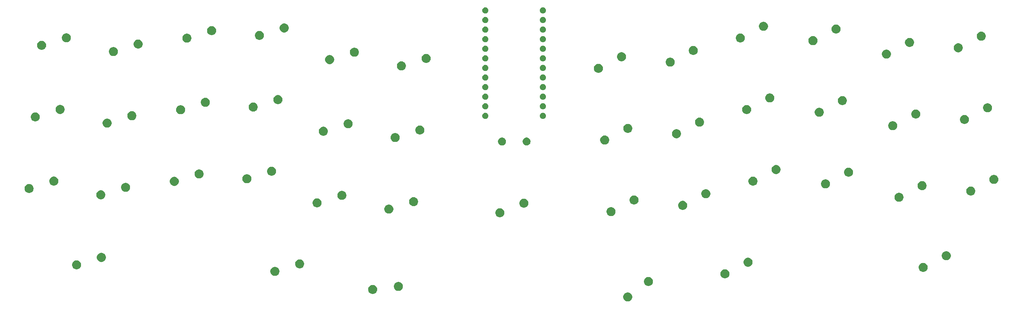
<source format=gbr>
G04 #@! TF.GenerationSoftware,KiCad,Pcbnew,(5.1.0)-1*
G04 #@! TF.CreationDate,2019-06-28T01:08:36+08:00*
G04 #@! TF.ProjectId,Kamaitachi,4b616d61-6974-4616-9368-692e6b696361,rev?*
G04 #@! TF.SameCoordinates,Original*
G04 #@! TF.FileFunction,Soldermask,Top*
G04 #@! TF.FilePolarity,Negative*
%FSLAX46Y46*%
G04 Gerber Fmt 4.6, Leading zero omitted, Abs format (unit mm)*
G04 Created by KiCad (PCBNEW (5.1.0)-1) date 2019-06-28 01:08:36*
%MOMM*%
%LPD*%
G04 APERTURE LIST*
%ADD10C,0.100000*%
G04 APERTURE END LIST*
D10*
G36*
X237517671Y-174589769D02*
G01*
X237734964Y-174679775D01*
X237734966Y-174679776D01*
X237744812Y-174686355D01*
X237930525Y-174810445D01*
X238096835Y-174976755D01*
X238227505Y-175172316D01*
X238317511Y-175389609D01*
X238363395Y-175620285D01*
X238363395Y-175855485D01*
X238317511Y-176086161D01*
X238227505Y-176303454D01*
X238227504Y-176303456D01*
X238096835Y-176499015D01*
X237930525Y-176665325D01*
X237734966Y-176795994D01*
X237734965Y-176795995D01*
X237734964Y-176795995D01*
X237517671Y-176886001D01*
X237286995Y-176931885D01*
X237051795Y-176931885D01*
X236821119Y-176886001D01*
X236603826Y-176795995D01*
X236603825Y-176795995D01*
X236603824Y-176795994D01*
X236408265Y-176665325D01*
X236241955Y-176499015D01*
X236111286Y-176303456D01*
X236111285Y-176303454D01*
X236021279Y-176086161D01*
X235975395Y-175855485D01*
X235975395Y-175620285D01*
X236021279Y-175389609D01*
X236111285Y-175172316D01*
X236241955Y-174976755D01*
X236408265Y-174810445D01*
X236593978Y-174686355D01*
X236603824Y-174679776D01*
X236603826Y-174679775D01*
X236821119Y-174589769D01*
X237051795Y-174543885D01*
X237286995Y-174543885D01*
X237517671Y-174589769D01*
X237517671Y-174589769D01*
G37*
G36*
X170079352Y-172610799D02*
G01*
X170296645Y-172700805D01*
X170296647Y-172700806D01*
X170428708Y-172789047D01*
X170492206Y-172831475D01*
X170658516Y-172997785D01*
X170789186Y-173193346D01*
X170879192Y-173410639D01*
X170925076Y-173641315D01*
X170925076Y-173876515D01*
X170879192Y-174107191D01*
X170864374Y-174142964D01*
X170789185Y-174324486D01*
X170658516Y-174520045D01*
X170492206Y-174686355D01*
X170296647Y-174817024D01*
X170296646Y-174817025D01*
X170296645Y-174817025D01*
X170079352Y-174907031D01*
X169848676Y-174952915D01*
X169613476Y-174952915D01*
X169382800Y-174907031D01*
X169165507Y-174817025D01*
X169165506Y-174817025D01*
X169165505Y-174817024D01*
X168969946Y-174686355D01*
X168803636Y-174520045D01*
X168672967Y-174324486D01*
X168597778Y-174142964D01*
X168582960Y-174107191D01*
X168537076Y-173876515D01*
X168537076Y-173641315D01*
X168582960Y-173410639D01*
X168672966Y-173193346D01*
X168803636Y-172997785D01*
X168969946Y-172831475D01*
X169033444Y-172789047D01*
X169165505Y-172700806D01*
X169165507Y-172700805D01*
X169382800Y-172610799D01*
X169613476Y-172564915D01*
X169848676Y-172564915D01*
X170079352Y-172610799D01*
X170079352Y-172610799D01*
G37*
G36*
X176870381Y-171800848D02*
G01*
X177087674Y-171890854D01*
X177087676Y-171890855D01*
X177234871Y-171989208D01*
X177283235Y-172021524D01*
X177449545Y-172187834D01*
X177580215Y-172383395D01*
X177670221Y-172600688D01*
X177716105Y-172831364D01*
X177716105Y-173066564D01*
X177670221Y-173297240D01*
X177623249Y-173410639D01*
X177580214Y-173514535D01*
X177449545Y-173710094D01*
X177283235Y-173876404D01*
X177087676Y-174007073D01*
X177087675Y-174007074D01*
X177087674Y-174007074D01*
X176870381Y-174097080D01*
X176639705Y-174142964D01*
X176404505Y-174142964D01*
X176173829Y-174097080D01*
X175956536Y-174007074D01*
X175956535Y-174007074D01*
X175956534Y-174007073D01*
X175760975Y-173876404D01*
X175594665Y-173710094D01*
X175463996Y-173514535D01*
X175420961Y-173410639D01*
X175373989Y-173297240D01*
X175328105Y-173066564D01*
X175328105Y-172831364D01*
X175373989Y-172600688D01*
X175463995Y-172383395D01*
X175594665Y-172187834D01*
X175760975Y-172021524D01*
X175809339Y-171989208D01*
X175956534Y-171890855D01*
X175956536Y-171890854D01*
X176173829Y-171800848D01*
X176404505Y-171754964D01*
X176639705Y-171754964D01*
X176870381Y-171800848D01*
X176870381Y-171800848D01*
G37*
G36*
X242993900Y-170492816D02*
G01*
X243211193Y-170582822D01*
X243211195Y-170582823D01*
X243343271Y-170671074D01*
X243406754Y-170713492D01*
X243573064Y-170879802D01*
X243703734Y-171075363D01*
X243793740Y-171292656D01*
X243839624Y-171523332D01*
X243839624Y-171758532D01*
X243793740Y-171989208D01*
X243780354Y-172021524D01*
X243703733Y-172206503D01*
X243573064Y-172402062D01*
X243406754Y-172568372D01*
X243211195Y-172699041D01*
X243211194Y-172699042D01*
X243211193Y-172699042D01*
X242993900Y-172789048D01*
X242763224Y-172834932D01*
X242528024Y-172834932D01*
X242297348Y-172789048D01*
X242080055Y-172699042D01*
X242080054Y-172699042D01*
X242080053Y-172699041D01*
X241884494Y-172568372D01*
X241718184Y-172402062D01*
X241587515Y-172206503D01*
X241510894Y-172021524D01*
X241497508Y-171989208D01*
X241451624Y-171758532D01*
X241451624Y-171523332D01*
X241497508Y-171292656D01*
X241587514Y-171075363D01*
X241718184Y-170879802D01*
X241884494Y-170713492D01*
X241947977Y-170671074D01*
X242080053Y-170582823D01*
X242080055Y-170582822D01*
X242297348Y-170492816D01*
X242528024Y-170446932D01*
X242763224Y-170446932D01*
X242993900Y-170492816D01*
X242993900Y-170492816D01*
G37*
G36*
X263217460Y-168464849D02*
G01*
X263434753Y-168554855D01*
X263434755Y-168554856D01*
X263584340Y-168654806D01*
X263630314Y-168685525D01*
X263796624Y-168851835D01*
X263927294Y-169047396D01*
X264017300Y-169264689D01*
X264063184Y-169495365D01*
X264063184Y-169730565D01*
X264017300Y-169961241D01*
X263942080Y-170142838D01*
X263927293Y-170178536D01*
X263796624Y-170374095D01*
X263630314Y-170540405D01*
X263434755Y-170671074D01*
X263434754Y-170671075D01*
X263434753Y-170671075D01*
X263217460Y-170761081D01*
X262986784Y-170806965D01*
X262751584Y-170806965D01*
X262520908Y-170761081D01*
X262303615Y-170671075D01*
X262303614Y-170671075D01*
X262303613Y-170671074D01*
X262108054Y-170540405D01*
X261941744Y-170374095D01*
X261811075Y-170178536D01*
X261796288Y-170142838D01*
X261721068Y-169961241D01*
X261675184Y-169730565D01*
X261675184Y-169495365D01*
X261721068Y-169264689D01*
X261811074Y-169047396D01*
X261941744Y-168851835D01*
X262108054Y-168685525D01*
X262154028Y-168654806D01*
X262303613Y-168554856D01*
X262303615Y-168554855D01*
X262520908Y-168464849D01*
X262751584Y-168418965D01*
X262986784Y-168418965D01*
X263217460Y-168464849D01*
X263217460Y-168464849D01*
G37*
G36*
X144226289Y-167800722D02*
G01*
X144443582Y-167890728D01*
X144443584Y-167890729D01*
X144639143Y-168021398D01*
X144805453Y-168187708D01*
X144872297Y-168287746D01*
X144936123Y-168383269D01*
X145026129Y-168600562D01*
X145072013Y-168831238D01*
X145072013Y-169066438D01*
X145026129Y-169297114D01*
X144944010Y-169495365D01*
X144936122Y-169514409D01*
X144805453Y-169709968D01*
X144639143Y-169876278D01*
X144443584Y-170006947D01*
X144443583Y-170006948D01*
X144443582Y-170006948D01*
X144226289Y-170096954D01*
X143995613Y-170142838D01*
X143760413Y-170142838D01*
X143529737Y-170096954D01*
X143312444Y-170006948D01*
X143312443Y-170006948D01*
X143312442Y-170006947D01*
X143116883Y-169876278D01*
X142950573Y-169709968D01*
X142819904Y-169514409D01*
X142812016Y-169495365D01*
X142729897Y-169297114D01*
X142684013Y-169066438D01*
X142684013Y-168831238D01*
X142729897Y-168600562D01*
X142819903Y-168383269D01*
X142883730Y-168287746D01*
X142950573Y-168187708D01*
X143116883Y-168021398D01*
X143312442Y-167890729D01*
X143312444Y-167890728D01*
X143529737Y-167800722D01*
X143760413Y-167754838D01*
X143995613Y-167754838D01*
X144226289Y-167800722D01*
X144226289Y-167800722D01*
G37*
G36*
X315655155Y-166745560D02*
G01*
X315872448Y-166835566D01*
X315872450Y-166835567D01*
X316068009Y-166966236D01*
X316234319Y-167132546D01*
X316359719Y-167320219D01*
X316364989Y-167328107D01*
X316454995Y-167545400D01*
X316500879Y-167776076D01*
X316500879Y-168011276D01*
X316454995Y-168241952D01*
X316379739Y-168423636D01*
X316364988Y-168459247D01*
X316234319Y-168654806D01*
X316068009Y-168821116D01*
X315872450Y-168951785D01*
X315872449Y-168951786D01*
X315872448Y-168951786D01*
X315655155Y-169041792D01*
X315424479Y-169087676D01*
X315189279Y-169087676D01*
X314958603Y-169041792D01*
X314741310Y-168951786D01*
X314741309Y-168951786D01*
X314741308Y-168951785D01*
X314545749Y-168821116D01*
X314379439Y-168654806D01*
X314248770Y-168459247D01*
X314234019Y-168423636D01*
X314158763Y-168241952D01*
X314112879Y-168011276D01*
X314112879Y-167776076D01*
X314158763Y-167545400D01*
X314248769Y-167328107D01*
X314254040Y-167320219D01*
X314379439Y-167132546D01*
X314545749Y-166966236D01*
X314741308Y-166835567D01*
X314741310Y-166835566D01*
X314958603Y-166745560D01*
X315189279Y-166699676D01*
X315424479Y-166699676D01*
X315655155Y-166745560D01*
X315655155Y-166745560D01*
G37*
G36*
X91789590Y-166081520D02*
G01*
X92006883Y-166171526D01*
X92006885Y-166171527D01*
X92020935Y-166180915D01*
X92202444Y-166302196D01*
X92368754Y-166468506D01*
X92499424Y-166664067D01*
X92589430Y-166881360D01*
X92635314Y-167112036D01*
X92635314Y-167347236D01*
X92589430Y-167577912D01*
X92507347Y-167776077D01*
X92499423Y-167795207D01*
X92368754Y-167990766D01*
X92202444Y-168157076D01*
X92006885Y-168287745D01*
X92006884Y-168287746D01*
X92006883Y-168287746D01*
X91789590Y-168377752D01*
X91558914Y-168423636D01*
X91323714Y-168423636D01*
X91093038Y-168377752D01*
X90875745Y-168287746D01*
X90875744Y-168287746D01*
X90875743Y-168287745D01*
X90680184Y-168157076D01*
X90513874Y-167990766D01*
X90383205Y-167795207D01*
X90375281Y-167776077D01*
X90293198Y-167577912D01*
X90247314Y-167347236D01*
X90247314Y-167112036D01*
X90293198Y-166881360D01*
X90383204Y-166664067D01*
X90513874Y-166468506D01*
X90680184Y-166302196D01*
X90861693Y-166180915D01*
X90875743Y-166171527D01*
X90875745Y-166171526D01*
X91093038Y-166081520D01*
X91323714Y-166035636D01*
X91558914Y-166035636D01*
X91789590Y-166081520D01*
X91789590Y-166081520D01*
G37*
G36*
X150773501Y-165823827D02*
G01*
X150990794Y-165913833D01*
X150990796Y-165913834D01*
X151186355Y-166044503D01*
X151352665Y-166210813D01*
X151419509Y-166310851D01*
X151483335Y-166406374D01*
X151573341Y-166623667D01*
X151619225Y-166854343D01*
X151619225Y-167089543D01*
X151573341Y-167320219D01*
X151562150Y-167347236D01*
X151483334Y-167537514D01*
X151352665Y-167733073D01*
X151186355Y-167899383D01*
X150990796Y-168030052D01*
X150990795Y-168030053D01*
X150990794Y-168030053D01*
X150773501Y-168120059D01*
X150542825Y-168165943D01*
X150307625Y-168165943D01*
X150076949Y-168120059D01*
X149859656Y-168030053D01*
X149859655Y-168030053D01*
X149859654Y-168030052D01*
X149664095Y-167899383D01*
X149497785Y-167733073D01*
X149367116Y-167537514D01*
X149288300Y-167347236D01*
X149277109Y-167320219D01*
X149231225Y-167089543D01*
X149231225Y-166854343D01*
X149277109Y-166623667D01*
X149367115Y-166406374D01*
X149430942Y-166310851D01*
X149497785Y-166210813D01*
X149664095Y-166044503D01*
X149859654Y-165913834D01*
X149859656Y-165913833D01*
X150076949Y-165823827D01*
X150307625Y-165777943D01*
X150542825Y-165777943D01*
X150773501Y-165823827D01*
X150773501Y-165823827D01*
G37*
G36*
X269321920Y-165381075D02*
G01*
X269539213Y-165471081D01*
X269539215Y-165471082D01*
X269734774Y-165601751D01*
X269901084Y-165768061D01*
X269938347Y-165823828D01*
X270031754Y-165963622D01*
X270121760Y-166180915D01*
X270167644Y-166411591D01*
X270167644Y-166646791D01*
X270121760Y-166877467D01*
X270033915Y-167089542D01*
X270031753Y-167094762D01*
X269901084Y-167290321D01*
X269734774Y-167456631D01*
X269539215Y-167587300D01*
X269539214Y-167587301D01*
X269539213Y-167587301D01*
X269321920Y-167677307D01*
X269091244Y-167723191D01*
X268856044Y-167723191D01*
X268625368Y-167677307D01*
X268408075Y-167587301D01*
X268408074Y-167587301D01*
X268408073Y-167587300D01*
X268212514Y-167456631D01*
X268046204Y-167290321D01*
X267915535Y-167094762D01*
X267913373Y-167089542D01*
X267825528Y-166877467D01*
X267779644Y-166646791D01*
X267779644Y-166411591D01*
X267825528Y-166180915D01*
X267915534Y-165963622D01*
X268008942Y-165823828D01*
X268046204Y-165768061D01*
X268212514Y-165601751D01*
X268408073Y-165471082D01*
X268408075Y-165471081D01*
X268625368Y-165381075D01*
X268856044Y-165335191D01*
X269091244Y-165335191D01*
X269321920Y-165381075D01*
X269321920Y-165381075D01*
G37*
G36*
X98336802Y-164104625D02*
G01*
X98554095Y-164194631D01*
X98554097Y-164194632D01*
X98628476Y-164244331D01*
X98749656Y-164325301D01*
X98915966Y-164491611D01*
X99046636Y-164687172D01*
X99136642Y-164904465D01*
X99182526Y-165135141D01*
X99182526Y-165370341D01*
X99136642Y-165601017D01*
X99046636Y-165818310D01*
X99046635Y-165818312D01*
X98915966Y-166013871D01*
X98749656Y-166180181D01*
X98554097Y-166310850D01*
X98554096Y-166310851D01*
X98554095Y-166310851D01*
X98336802Y-166400857D01*
X98106126Y-166446741D01*
X97870926Y-166446741D01*
X97640250Y-166400857D01*
X97422957Y-166310851D01*
X97422956Y-166310851D01*
X97422955Y-166310850D01*
X97227396Y-166180181D01*
X97061086Y-166013871D01*
X96930417Y-165818312D01*
X96930416Y-165818310D01*
X96840410Y-165601017D01*
X96794526Y-165370341D01*
X96794526Y-165135141D01*
X96840410Y-164904465D01*
X96930416Y-164687172D01*
X97061086Y-164491611D01*
X97227396Y-164325301D01*
X97348576Y-164244331D01*
X97422955Y-164194632D01*
X97422957Y-164194631D01*
X97640250Y-164104625D01*
X97870926Y-164058741D01*
X98106126Y-164058741D01*
X98336802Y-164104625D01*
X98336802Y-164104625D01*
G37*
G36*
X321759615Y-163661786D02*
G01*
X321976908Y-163751792D01*
X321976910Y-163751793D01*
X322172469Y-163882462D01*
X322338779Y-164048772D01*
X322469449Y-164244333D01*
X322559455Y-164461626D01*
X322605339Y-164692302D01*
X322605339Y-164927502D01*
X322559455Y-165158178D01*
X322471574Y-165370340D01*
X322469448Y-165375473D01*
X322338779Y-165571032D01*
X322172469Y-165737342D01*
X321976910Y-165868011D01*
X321976909Y-165868012D01*
X321976908Y-165868012D01*
X321759615Y-165958018D01*
X321528939Y-166003902D01*
X321293739Y-166003902D01*
X321063063Y-165958018D01*
X320845770Y-165868012D01*
X320845769Y-165868012D01*
X320845768Y-165868011D01*
X320650209Y-165737342D01*
X320483899Y-165571032D01*
X320353230Y-165375473D01*
X320351104Y-165370340D01*
X320263223Y-165158178D01*
X320217339Y-164927502D01*
X320217339Y-164692302D01*
X320263223Y-164461626D01*
X320353229Y-164244333D01*
X320483899Y-164048772D01*
X320650209Y-163882462D01*
X320845768Y-163751793D01*
X320845770Y-163751792D01*
X321063063Y-163661786D01*
X321293739Y-163615902D01*
X321528939Y-163615902D01*
X321759615Y-163661786D01*
X321759615Y-163661786D01*
G37*
G36*
X203707376Y-152284214D02*
G01*
X203924669Y-152374220D01*
X203924671Y-152374221D01*
X204120230Y-152504890D01*
X204286540Y-152671200D01*
X204357671Y-152777654D01*
X204417210Y-152866761D01*
X204507216Y-153084054D01*
X204553100Y-153314730D01*
X204553100Y-153549930D01*
X204507216Y-153780606D01*
X204417210Y-153997899D01*
X204417209Y-153997901D01*
X204286540Y-154193460D01*
X204120230Y-154359770D01*
X203924671Y-154490439D01*
X203924670Y-154490440D01*
X203924669Y-154490440D01*
X203707376Y-154580446D01*
X203476700Y-154626330D01*
X203241500Y-154626330D01*
X203010824Y-154580446D01*
X202793531Y-154490440D01*
X202793530Y-154490440D01*
X202793529Y-154490439D01*
X202597970Y-154359770D01*
X202431660Y-154193460D01*
X202300991Y-153997901D01*
X202300990Y-153997899D01*
X202210984Y-153780606D01*
X202165100Y-153549930D01*
X202165100Y-153314730D01*
X202210984Y-153084054D01*
X202300990Y-152866761D01*
X202360530Y-152777654D01*
X202431660Y-152671200D01*
X202597970Y-152504890D01*
X202793529Y-152374221D01*
X202793531Y-152374220D01*
X203010824Y-152284214D01*
X203241500Y-152238330D01*
X203476700Y-152238330D01*
X203707376Y-152284214D01*
X203707376Y-152284214D01*
G37*
G36*
X233090880Y-151977815D02*
G01*
X233308173Y-152067821D01*
X233308175Y-152067822D01*
X233503734Y-152198491D01*
X233670044Y-152364801D01*
X233800714Y-152560362D01*
X233890720Y-152777655D01*
X233936604Y-153008331D01*
X233936604Y-153243531D01*
X233890720Y-153474207D01*
X233815500Y-153655804D01*
X233800713Y-153691502D01*
X233670044Y-153887061D01*
X233503734Y-154053371D01*
X233308175Y-154184040D01*
X233308174Y-154184041D01*
X233308173Y-154184041D01*
X233090880Y-154274047D01*
X232860204Y-154319931D01*
X232625004Y-154319931D01*
X232394328Y-154274047D01*
X232177035Y-154184041D01*
X232177034Y-154184041D01*
X232177033Y-154184040D01*
X231981474Y-154053371D01*
X231815164Y-153887061D01*
X231684495Y-153691502D01*
X231669708Y-153655804D01*
X231594488Y-153474207D01*
X231548604Y-153243531D01*
X231548604Y-153008331D01*
X231594488Y-152777655D01*
X231684494Y-152560362D01*
X231815164Y-152364801D01*
X231981474Y-152198491D01*
X232177033Y-152067822D01*
X232177035Y-152067821D01*
X232394328Y-151977815D01*
X232625004Y-151931931D01*
X232860204Y-151931931D01*
X233090880Y-151977815D01*
X233090880Y-151977815D01*
G37*
G36*
X174352869Y-151313688D02*
G01*
X174570162Y-151403694D01*
X174570164Y-151403695D01*
X174765723Y-151534364D01*
X174932033Y-151700674D01*
X175007683Y-151813891D01*
X175062703Y-151896235D01*
X175152709Y-152113528D01*
X175198593Y-152344204D01*
X175198593Y-152579404D01*
X175152709Y-152810080D01*
X175070590Y-153008331D01*
X175062702Y-153027375D01*
X174932033Y-153222934D01*
X174765723Y-153389244D01*
X174570164Y-153519913D01*
X174570163Y-153519914D01*
X174570162Y-153519914D01*
X174352869Y-153609920D01*
X174122193Y-153655804D01*
X173886993Y-153655804D01*
X173656317Y-153609920D01*
X173439024Y-153519914D01*
X173439023Y-153519914D01*
X173439022Y-153519913D01*
X173243463Y-153389244D01*
X173077153Y-153222934D01*
X172946484Y-153027375D01*
X172938596Y-153008331D01*
X172856477Y-152810080D01*
X172810593Y-152579404D01*
X172810593Y-152344204D01*
X172856477Y-152113528D01*
X172946483Y-151896235D01*
X173001504Y-151813891D01*
X173077153Y-151700674D01*
X173243463Y-151534364D01*
X173439022Y-151403695D01*
X173439024Y-151403694D01*
X173656317Y-151313688D01*
X173886993Y-151267804D01*
X174122193Y-151267804D01*
X174352869Y-151313688D01*
X174352869Y-151313688D01*
G37*
G36*
X252068389Y-150317498D02*
G01*
X252285682Y-150407504D01*
X252285684Y-150407505D01*
X252481243Y-150538174D01*
X252647553Y-150704484D01*
X252733549Y-150833185D01*
X252778223Y-150900045D01*
X252868229Y-151117338D01*
X252914113Y-151348014D01*
X252914113Y-151583214D01*
X252868229Y-151813890D01*
X252811668Y-151950439D01*
X252778222Y-152031185D01*
X252647553Y-152226744D01*
X252481243Y-152393054D01*
X252285684Y-152523723D01*
X252285683Y-152523724D01*
X252285682Y-152523724D01*
X252068389Y-152613730D01*
X251837713Y-152659614D01*
X251602513Y-152659614D01*
X251371837Y-152613730D01*
X251154544Y-152523724D01*
X251154543Y-152523724D01*
X251154542Y-152523723D01*
X250958983Y-152393054D01*
X250792673Y-152226744D01*
X250662004Y-152031185D01*
X250628558Y-151950439D01*
X250571997Y-151813890D01*
X250526113Y-151583214D01*
X250526113Y-151348014D01*
X250571997Y-151117338D01*
X250662003Y-150900045D01*
X250706678Y-150833185D01*
X250792673Y-150704484D01*
X250958983Y-150538174D01*
X251154542Y-150407505D01*
X251154544Y-150407504D01*
X251371837Y-150317498D01*
X251602513Y-150271614D01*
X251837713Y-150271614D01*
X252068389Y-150317498D01*
X252068389Y-150317498D01*
G37*
G36*
X210057376Y-149744214D02*
G01*
X210274669Y-149834220D01*
X210274671Y-149834221D01*
X210470230Y-149964890D01*
X210636540Y-150131200D01*
X210761022Y-150317499D01*
X210767210Y-150326761D01*
X210857216Y-150544054D01*
X210903100Y-150774730D01*
X210903100Y-151009930D01*
X210857216Y-151240606D01*
X210789662Y-151403695D01*
X210767209Y-151457901D01*
X210636540Y-151653460D01*
X210470230Y-151819770D01*
X210274671Y-151950439D01*
X210274670Y-151950440D01*
X210274669Y-151950440D01*
X210057376Y-152040446D01*
X209826700Y-152086330D01*
X209591500Y-152086330D01*
X209360824Y-152040446D01*
X209143531Y-151950440D01*
X209143530Y-151950440D01*
X209143529Y-151950439D01*
X208947970Y-151819770D01*
X208781660Y-151653460D01*
X208650991Y-151457901D01*
X208628538Y-151403695D01*
X208560984Y-151240606D01*
X208515100Y-151009930D01*
X208515100Y-150774730D01*
X208560984Y-150544054D01*
X208650990Y-150326761D01*
X208657179Y-150317499D01*
X208781660Y-150131200D01*
X208947970Y-149964890D01*
X209143529Y-149834221D01*
X209143531Y-149834220D01*
X209360824Y-149744214D01*
X209591500Y-149698330D01*
X209826700Y-149698330D01*
X210057376Y-149744214D01*
X210057376Y-149744214D01*
G37*
G36*
X155375360Y-149653371D02*
G01*
X155548946Y-149725273D01*
X155592655Y-149743378D01*
X155788214Y-149874047D01*
X155954524Y-150040357D01*
X156015224Y-150131200D01*
X156085194Y-150235918D01*
X156175200Y-150453211D01*
X156221084Y-150683887D01*
X156221084Y-150919087D01*
X156175200Y-151149763D01*
X156107300Y-151313688D01*
X156085193Y-151367058D01*
X155954524Y-151562617D01*
X155788214Y-151728927D01*
X155592655Y-151859596D01*
X155592654Y-151859597D01*
X155592653Y-151859597D01*
X155375360Y-151949603D01*
X155144684Y-151995487D01*
X154909484Y-151995487D01*
X154678808Y-151949603D01*
X154461515Y-151859597D01*
X154461514Y-151859597D01*
X154461513Y-151859596D01*
X154265954Y-151728927D01*
X154099644Y-151562617D01*
X153968975Y-151367058D01*
X153946868Y-151313688D01*
X153878968Y-151149763D01*
X153833084Y-150919087D01*
X153833084Y-150683887D01*
X153878968Y-150453211D01*
X153968974Y-150235918D01*
X154038945Y-150131200D01*
X154099644Y-150040357D01*
X154265954Y-149874047D01*
X154461513Y-149743378D01*
X154505222Y-149725273D01*
X154678808Y-149653371D01*
X154909484Y-149607487D01*
X155144684Y-149607487D01*
X155375360Y-149653371D01*
X155375360Y-149653371D01*
G37*
G36*
X180900081Y-149336793D02*
G01*
X181117374Y-149426799D01*
X181117376Y-149426800D01*
X181312935Y-149557469D01*
X181479245Y-149723779D01*
X181571043Y-149861163D01*
X181609915Y-149919340D01*
X181699921Y-150136633D01*
X181745805Y-150367309D01*
X181745805Y-150602509D01*
X181699921Y-150833185D01*
X181609915Y-151050478D01*
X181609914Y-151050480D01*
X181479245Y-151246039D01*
X181312935Y-151412349D01*
X181117376Y-151543018D01*
X181117375Y-151543019D01*
X181117374Y-151543019D01*
X180900081Y-151633025D01*
X180669405Y-151678909D01*
X180434205Y-151678909D01*
X180203529Y-151633025D01*
X179986236Y-151543019D01*
X179986235Y-151543019D01*
X179986234Y-151543018D01*
X179790675Y-151412349D01*
X179624365Y-151246039D01*
X179493696Y-151050480D01*
X179493695Y-151050478D01*
X179403689Y-150833185D01*
X179357805Y-150602509D01*
X179357805Y-150367309D01*
X179403689Y-150136633D01*
X179493695Y-149919340D01*
X179532568Y-149861163D01*
X179624365Y-149723779D01*
X179790675Y-149557469D01*
X179986234Y-149426800D01*
X179986236Y-149426799D01*
X180203529Y-149336793D01*
X180434205Y-149290909D01*
X180669405Y-149290909D01*
X180900081Y-149336793D01*
X180900081Y-149336793D01*
G37*
G36*
X239195340Y-148894041D02*
G01*
X239410139Y-148983014D01*
X239412635Y-148984048D01*
X239608194Y-149114717D01*
X239774504Y-149281027D01*
X239811767Y-149336794D01*
X239905174Y-149476588D01*
X239995180Y-149693881D01*
X240041064Y-149924557D01*
X240041064Y-150159757D01*
X239995180Y-150390433D01*
X239969176Y-150453211D01*
X239905173Y-150607728D01*
X239774504Y-150803287D01*
X239608194Y-150969597D01*
X239412635Y-151100266D01*
X239412634Y-151100267D01*
X239412633Y-151100267D01*
X239195340Y-151190273D01*
X238964664Y-151236157D01*
X238729464Y-151236157D01*
X238498788Y-151190273D01*
X238281495Y-151100267D01*
X238281494Y-151100267D01*
X238281493Y-151100266D01*
X238085934Y-150969597D01*
X237919624Y-150803287D01*
X237788955Y-150607728D01*
X237724952Y-150453211D01*
X237698948Y-150390433D01*
X237653064Y-150159757D01*
X237653064Y-149924557D01*
X237698948Y-149693881D01*
X237788954Y-149476588D01*
X237882362Y-149336794D01*
X237919624Y-149281027D01*
X238085934Y-149114717D01*
X238281493Y-148984048D01*
X238283989Y-148983014D01*
X238498788Y-148894041D01*
X238729464Y-148848157D01*
X238964664Y-148848157D01*
X239195340Y-148894041D01*
X239195340Y-148894041D01*
G37*
G36*
X309249963Y-148183174D02*
G01*
X309445675Y-148264241D01*
X309467258Y-148273181D01*
X309662817Y-148403850D01*
X309829127Y-148570160D01*
X309936007Y-148730116D01*
X309959797Y-148765721D01*
X310049803Y-148983014D01*
X310095687Y-149213690D01*
X310095687Y-149448890D01*
X310049803Y-149679566D01*
X309974583Y-149861163D01*
X309959796Y-149896861D01*
X309829127Y-150092420D01*
X309662817Y-150258730D01*
X309467258Y-150389399D01*
X309467257Y-150389400D01*
X309467256Y-150389400D01*
X309249963Y-150479406D01*
X309019287Y-150525290D01*
X308784087Y-150525290D01*
X308553411Y-150479406D01*
X308336118Y-150389400D01*
X308336117Y-150389400D01*
X308336116Y-150389399D01*
X308140557Y-150258730D01*
X307974247Y-150092420D01*
X307843578Y-149896861D01*
X307828791Y-149861163D01*
X307753571Y-149679566D01*
X307707687Y-149448890D01*
X307707687Y-149213690D01*
X307753571Y-148983014D01*
X307843577Y-148765721D01*
X307867368Y-148730116D01*
X307974247Y-148570160D01*
X308140557Y-148403850D01*
X308336116Y-148273181D01*
X308357699Y-148264241D01*
X308553411Y-148183174D01*
X308784087Y-148137290D01*
X309019287Y-148137290D01*
X309249963Y-148183174D01*
X309249963Y-148183174D01*
G37*
G36*
X161922572Y-147676476D02*
G01*
X162096158Y-147748378D01*
X162139867Y-147766483D01*
X162335426Y-147897152D01*
X162501736Y-148063462D01*
X162593534Y-148200846D01*
X162632406Y-148259023D01*
X162722412Y-148476316D01*
X162768296Y-148706992D01*
X162768296Y-148942192D01*
X162722412Y-149172868D01*
X162665908Y-149309280D01*
X162632405Y-149390163D01*
X162501736Y-149585722D01*
X162335426Y-149752032D01*
X162139867Y-149882701D01*
X162139866Y-149882702D01*
X162139865Y-149882702D01*
X161922572Y-149972708D01*
X161691896Y-150018592D01*
X161456696Y-150018592D01*
X161226020Y-149972708D01*
X161008727Y-149882702D01*
X161008726Y-149882702D01*
X161008725Y-149882701D01*
X160813166Y-149752032D01*
X160646856Y-149585722D01*
X160516187Y-149390163D01*
X160482684Y-149309280D01*
X160426180Y-149172868D01*
X160380296Y-148942192D01*
X160380296Y-148706992D01*
X160426180Y-148476316D01*
X160516186Y-148259023D01*
X160555059Y-148200846D01*
X160646856Y-148063462D01*
X160813166Y-147897152D01*
X161008725Y-147766483D01*
X161052434Y-147748378D01*
X161226020Y-147676476D01*
X161456696Y-147630592D01*
X161691896Y-147630592D01*
X161922572Y-147676476D01*
X161922572Y-147676476D01*
G37*
G36*
X98193786Y-147519047D02*
G01*
X98411079Y-147609053D01*
X98411081Y-147609054D01*
X98606640Y-147739723D01*
X98772950Y-147906033D01*
X98848600Y-148019250D01*
X98903620Y-148101594D01*
X98993626Y-148318887D01*
X99039510Y-148549563D01*
X99039510Y-148784763D01*
X98993626Y-149015439D01*
X98928416Y-149172869D01*
X98903619Y-149232734D01*
X98772950Y-149428293D01*
X98606640Y-149594603D01*
X98411081Y-149725272D01*
X98411080Y-149725273D01*
X98411079Y-149725273D01*
X98193786Y-149815279D01*
X97963110Y-149861163D01*
X97727910Y-149861163D01*
X97497234Y-149815279D01*
X97279941Y-149725273D01*
X97279940Y-149725273D01*
X97279939Y-149725272D01*
X97084380Y-149594603D01*
X96918070Y-149428293D01*
X96787401Y-149232734D01*
X96762604Y-149172869D01*
X96697394Y-149015439D01*
X96651510Y-148784763D01*
X96651510Y-148549563D01*
X96697394Y-148318887D01*
X96787400Y-148101594D01*
X96842421Y-148019250D01*
X96918070Y-147906033D01*
X97084380Y-147739723D01*
X97279939Y-147609054D01*
X97279941Y-147609053D01*
X97497234Y-147519047D01*
X97727910Y-147473163D01*
X97963110Y-147473163D01*
X98193786Y-147519047D01*
X98193786Y-147519047D01*
G37*
G36*
X258172849Y-147233724D02*
G01*
X258387648Y-147322697D01*
X258390144Y-147323731D01*
X258585703Y-147454400D01*
X258752013Y-147620710D01*
X258789276Y-147676477D01*
X258882683Y-147816271D01*
X258972689Y-148033564D01*
X259018573Y-148264240D01*
X259018573Y-148499440D01*
X258972689Y-148730116D01*
X258916829Y-148864973D01*
X258882682Y-148947411D01*
X258752013Y-149142970D01*
X258585703Y-149309280D01*
X258390144Y-149439949D01*
X258390143Y-149439950D01*
X258390142Y-149439950D01*
X258172849Y-149529956D01*
X257942173Y-149575840D01*
X257706973Y-149575840D01*
X257476297Y-149529956D01*
X257259004Y-149439950D01*
X257259003Y-149439950D01*
X257259002Y-149439949D01*
X257063443Y-149309280D01*
X256897133Y-149142970D01*
X256766464Y-148947411D01*
X256732317Y-148864973D01*
X256676457Y-148730116D01*
X256630573Y-148499440D01*
X256630573Y-148264240D01*
X256676457Y-148033564D01*
X256766463Y-147816271D01*
X256859871Y-147676477D01*
X256897133Y-147620710D01*
X257063443Y-147454400D01*
X257259002Y-147323731D01*
X257261498Y-147322697D01*
X257476297Y-147233724D01*
X257706973Y-147187840D01*
X257942173Y-147187840D01*
X258172849Y-147233724D01*
X258172849Y-147233724D01*
G37*
G36*
X328227472Y-146522857D02*
G01*
X328444765Y-146612863D01*
X328444767Y-146612864D01*
X328640326Y-146743533D01*
X328806636Y-146909843D01*
X328892632Y-147038544D01*
X328937306Y-147105404D01*
X329027312Y-147322697D01*
X329073196Y-147553373D01*
X329073196Y-147788573D01*
X329027312Y-148019249D01*
X328959412Y-148183174D01*
X328937305Y-148236544D01*
X328806636Y-148432103D01*
X328640326Y-148598413D01*
X328444767Y-148729082D01*
X328444766Y-148729083D01*
X328444765Y-148729083D01*
X328227472Y-148819089D01*
X327996796Y-148864973D01*
X327761596Y-148864973D01*
X327530920Y-148819089D01*
X327313627Y-148729083D01*
X327313626Y-148729083D01*
X327313625Y-148729082D01*
X327118066Y-148598413D01*
X326951756Y-148432103D01*
X326821087Y-148236544D01*
X326798980Y-148183174D01*
X326731080Y-148019249D01*
X326685196Y-147788573D01*
X326685196Y-147553373D01*
X326731080Y-147322697D01*
X326821086Y-147105404D01*
X326865761Y-147038544D01*
X326951756Y-146909843D01*
X327118066Y-146743533D01*
X327313625Y-146612864D01*
X327313627Y-146612863D01*
X327530920Y-146522857D01*
X327761596Y-146476973D01*
X327996796Y-146476973D01*
X328227472Y-146522857D01*
X328227472Y-146522857D01*
G37*
G36*
X79216277Y-145858730D02*
G01*
X79314076Y-145899240D01*
X79433572Y-145948737D01*
X79564327Y-146036105D01*
X79629131Y-146079406D01*
X79795441Y-146245716D01*
X79926111Y-146441277D01*
X80016117Y-146658570D01*
X80062001Y-146889246D01*
X80062001Y-147124446D01*
X80016117Y-147355122D01*
X79948217Y-147519047D01*
X79926110Y-147572417D01*
X79795441Y-147767976D01*
X79629131Y-147934286D01*
X79433572Y-148064955D01*
X79433571Y-148064956D01*
X79433570Y-148064956D01*
X79216277Y-148154962D01*
X78985601Y-148200846D01*
X78750401Y-148200846D01*
X78519725Y-148154962D01*
X78302432Y-148064956D01*
X78302431Y-148064956D01*
X78302430Y-148064955D01*
X78106871Y-147934286D01*
X77940561Y-147767976D01*
X77809892Y-147572417D01*
X77787785Y-147519047D01*
X77719885Y-147355122D01*
X77674001Y-147124446D01*
X77674001Y-146889246D01*
X77719885Y-146658570D01*
X77809891Y-146441277D01*
X77940561Y-146245716D01*
X78106871Y-146079406D01*
X78171675Y-146036105D01*
X78302430Y-145948737D01*
X78421926Y-145899240D01*
X78519725Y-145858730D01*
X78750401Y-145812846D01*
X78985601Y-145812846D01*
X79216277Y-145858730D01*
X79216277Y-145858730D01*
G37*
G36*
X104740998Y-145542152D02*
G01*
X104958291Y-145632158D01*
X104958293Y-145632159D01*
X105153852Y-145762828D01*
X105320162Y-145929138D01*
X105447044Y-146119029D01*
X105450832Y-146124699D01*
X105540838Y-146341992D01*
X105586722Y-146572668D01*
X105586722Y-146807868D01*
X105540838Y-147038544D01*
X105459991Y-147233725D01*
X105450831Y-147255839D01*
X105320162Y-147451398D01*
X105153852Y-147617708D01*
X104958293Y-147748377D01*
X104958292Y-147748378D01*
X104958291Y-147748378D01*
X104740998Y-147838384D01*
X104510322Y-147884268D01*
X104275122Y-147884268D01*
X104044446Y-147838384D01*
X103827153Y-147748378D01*
X103827152Y-147748378D01*
X103827151Y-147748377D01*
X103631592Y-147617708D01*
X103465282Y-147451398D01*
X103334613Y-147255839D01*
X103325453Y-147233725D01*
X103244606Y-147038544D01*
X103198722Y-146807868D01*
X103198722Y-146572668D01*
X103244606Y-146341992D01*
X103334612Y-146124699D01*
X103338401Y-146119029D01*
X103465282Y-145929138D01*
X103631592Y-145762828D01*
X103827151Y-145632159D01*
X103827153Y-145632158D01*
X104044446Y-145542152D01*
X104275122Y-145496268D01*
X104510322Y-145496268D01*
X104740998Y-145542152D01*
X104740998Y-145542152D01*
G37*
G36*
X315354423Y-145099400D02*
G01*
X315571716Y-145189406D01*
X315571718Y-145189407D01*
X315767277Y-145320076D01*
X315933587Y-145486386D01*
X316059104Y-145674234D01*
X316064257Y-145681947D01*
X316154263Y-145899240D01*
X316200147Y-146129916D01*
X316200147Y-146365116D01*
X316154263Y-146595792D01*
X316128259Y-146658570D01*
X316064256Y-146813087D01*
X315933587Y-147008646D01*
X315767277Y-147174956D01*
X315571718Y-147305625D01*
X315571717Y-147305626D01*
X315571716Y-147305626D01*
X315354423Y-147395632D01*
X315123747Y-147441516D01*
X314888547Y-147441516D01*
X314657871Y-147395632D01*
X314440578Y-147305626D01*
X314440577Y-147305626D01*
X314440576Y-147305625D01*
X314245017Y-147174956D01*
X314078707Y-147008646D01*
X313948038Y-146813087D01*
X313884035Y-146658570D01*
X313858031Y-146595792D01*
X313812147Y-146365116D01*
X313812147Y-146129916D01*
X313858031Y-145899240D01*
X313948037Y-145681947D01*
X313953191Y-145674234D01*
X314078707Y-145486386D01*
X314245017Y-145320076D01*
X314440576Y-145189407D01*
X314440578Y-145189406D01*
X314657871Y-145099400D01*
X314888547Y-145053516D01*
X315123747Y-145053516D01*
X315354423Y-145099400D01*
X315354423Y-145099400D01*
G37*
G36*
X289815867Y-144624676D02*
G01*
X290033160Y-144714682D01*
X290033162Y-144714683D01*
X290228721Y-144845352D01*
X290395031Y-145011662D01*
X290506523Y-145178520D01*
X290525701Y-145207223D01*
X290615707Y-145424516D01*
X290661591Y-145655192D01*
X290661591Y-145890392D01*
X290615707Y-146121068D01*
X290540487Y-146302665D01*
X290525700Y-146338363D01*
X290395031Y-146533922D01*
X290228721Y-146700232D01*
X290033162Y-146830901D01*
X290033161Y-146830902D01*
X290033160Y-146830902D01*
X289815867Y-146920908D01*
X289585191Y-146966792D01*
X289349991Y-146966792D01*
X289119315Y-146920908D01*
X288902022Y-146830902D01*
X288902021Y-146830902D01*
X288902020Y-146830901D01*
X288706461Y-146700232D01*
X288540151Y-146533922D01*
X288409482Y-146338363D01*
X288394695Y-146302665D01*
X288319475Y-146121068D01*
X288273591Y-145890392D01*
X288273591Y-145655192D01*
X288319475Y-145424516D01*
X288409481Y-145207223D01*
X288428660Y-145178520D01*
X288540151Y-145011662D01*
X288706461Y-144845352D01*
X288902020Y-144714683D01*
X288902022Y-144714682D01*
X289119315Y-144624676D01*
X289349991Y-144578792D01*
X289585191Y-144578792D01*
X289815867Y-144624676D01*
X289815867Y-144624676D01*
G37*
G36*
X117627882Y-143960549D02*
G01*
X117845175Y-144050555D01*
X117845177Y-144050556D01*
X118040736Y-144181225D01*
X118207046Y-144347535D01*
X118318538Y-144514393D01*
X118337716Y-144543096D01*
X118427722Y-144760389D01*
X118473606Y-144991065D01*
X118473606Y-145226265D01*
X118427722Y-145456941D01*
X118349697Y-145645309D01*
X118337715Y-145674236D01*
X118207046Y-145869795D01*
X118040736Y-146036105D01*
X117845177Y-146166774D01*
X117845176Y-146166775D01*
X117845175Y-146166775D01*
X117627882Y-146256781D01*
X117397206Y-146302665D01*
X117162006Y-146302665D01*
X116931330Y-146256781D01*
X116714037Y-146166775D01*
X116714036Y-146166775D01*
X116714035Y-146166774D01*
X116518476Y-146036105D01*
X116352166Y-145869795D01*
X116221497Y-145674236D01*
X116209515Y-145645309D01*
X116131490Y-145456941D01*
X116085606Y-145226265D01*
X116085606Y-144991065D01*
X116131490Y-144760389D01*
X116221496Y-144543096D01*
X116240675Y-144514393D01*
X116352166Y-144347535D01*
X116518476Y-144181225D01*
X116714035Y-144050556D01*
X116714037Y-144050555D01*
X116931330Y-143960549D01*
X117162006Y-143914665D01*
X117397206Y-143914665D01*
X117627882Y-143960549D01*
X117627882Y-143960549D01*
G37*
G36*
X270630818Y-143912804D02*
G01*
X270848111Y-144002810D01*
X270848113Y-144002811D01*
X270997324Y-144102511D01*
X271043672Y-144133480D01*
X271209982Y-144299790D01*
X271340652Y-144495351D01*
X271430658Y-144712644D01*
X271476542Y-144943320D01*
X271476542Y-145178520D01*
X271430658Y-145409196D01*
X271355438Y-145590793D01*
X271340651Y-145626491D01*
X271209982Y-145822050D01*
X271043672Y-145988360D01*
X270848113Y-146119029D01*
X270848112Y-146119030D01*
X270848111Y-146119030D01*
X270630818Y-146209036D01*
X270400142Y-146254920D01*
X270164942Y-146254920D01*
X269934266Y-146209036D01*
X269716973Y-146119030D01*
X269716972Y-146119030D01*
X269716971Y-146119029D01*
X269521412Y-145988360D01*
X269355102Y-145822050D01*
X269224433Y-145626491D01*
X269209646Y-145590793D01*
X269134426Y-145409196D01*
X269088542Y-145178520D01*
X269088542Y-144943320D01*
X269134426Y-144712644D01*
X269224432Y-144495351D01*
X269355102Y-144299790D01*
X269521412Y-144133480D01*
X269567760Y-144102511D01*
X269716971Y-144002811D01*
X269716973Y-144002810D01*
X269934266Y-143912804D01*
X270164942Y-143866920D01*
X270400142Y-143866920D01*
X270630818Y-143912804D01*
X270630818Y-143912804D01*
G37*
G36*
X85763489Y-143881835D02*
G01*
X85953523Y-143960550D01*
X85980784Y-143971842D01*
X86098586Y-144050555D01*
X86176343Y-144102511D01*
X86342653Y-144268821D01*
X86473323Y-144464382D01*
X86563329Y-144681675D01*
X86609213Y-144912351D01*
X86609213Y-145147551D01*
X86563329Y-145378227D01*
X86506825Y-145514639D01*
X86473322Y-145595522D01*
X86342653Y-145791081D01*
X86176343Y-145957391D01*
X85980784Y-146088060D01*
X85980783Y-146088061D01*
X85980782Y-146088061D01*
X85763489Y-146178067D01*
X85532813Y-146223951D01*
X85297613Y-146223951D01*
X85066937Y-146178067D01*
X84849644Y-146088061D01*
X84849643Y-146088061D01*
X84849642Y-146088060D01*
X84654083Y-145957391D01*
X84487773Y-145791081D01*
X84357104Y-145595522D01*
X84323601Y-145514639D01*
X84267097Y-145378227D01*
X84221213Y-145147551D01*
X84221213Y-144912351D01*
X84267097Y-144681675D01*
X84357103Y-144464382D01*
X84487773Y-144268821D01*
X84654083Y-144102511D01*
X84731840Y-144050555D01*
X84849642Y-143971842D01*
X84876903Y-143960550D01*
X85066937Y-143881835D01*
X85297613Y-143835951D01*
X85532813Y-143835951D01*
X85763489Y-143881835D01*
X85763489Y-143881835D01*
G37*
G36*
X334331932Y-143439083D02*
G01*
X334549225Y-143529089D01*
X334549227Y-143529090D01*
X334744786Y-143659759D01*
X334911096Y-143826069D01*
X334948359Y-143881836D01*
X335041766Y-144021630D01*
X335131772Y-144238923D01*
X335177656Y-144469599D01*
X335177656Y-144704799D01*
X335131772Y-144935475D01*
X335063872Y-145099400D01*
X335041765Y-145152770D01*
X334911096Y-145348329D01*
X334744786Y-145514639D01*
X334549227Y-145645308D01*
X334549226Y-145645309D01*
X334549225Y-145645309D01*
X334331932Y-145735315D01*
X334101256Y-145781199D01*
X333866056Y-145781199D01*
X333635380Y-145735315D01*
X333418087Y-145645309D01*
X333418086Y-145645309D01*
X333418085Y-145645308D01*
X333222526Y-145514639D01*
X333056216Y-145348329D01*
X332925547Y-145152770D01*
X332903440Y-145099400D01*
X332835540Y-144935475D01*
X332789656Y-144704799D01*
X332789656Y-144469599D01*
X332835540Y-144238923D01*
X332925546Y-144021630D01*
X333018954Y-143881836D01*
X333056216Y-143826069D01*
X333222526Y-143659759D01*
X333418085Y-143529090D01*
X333418087Y-143529089D01*
X333635380Y-143439083D01*
X333866056Y-143393199D01*
X334101256Y-143393199D01*
X334331932Y-143439083D01*
X334331932Y-143439083D01*
G37*
G36*
X136812931Y-143248677D02*
G01*
X137030224Y-143338683D01*
X137030226Y-143338684D01*
X137225785Y-143469353D01*
X137392095Y-143635663D01*
X137408196Y-143659759D01*
X137522765Y-143831224D01*
X137612771Y-144048517D01*
X137658655Y-144279193D01*
X137658655Y-144514393D01*
X137612771Y-144745069D01*
X137530652Y-144943320D01*
X137522764Y-144962364D01*
X137392095Y-145157923D01*
X137225785Y-145324233D01*
X137030226Y-145454902D01*
X137030225Y-145454903D01*
X137030224Y-145454903D01*
X136812931Y-145544909D01*
X136582255Y-145590793D01*
X136347055Y-145590793D01*
X136116379Y-145544909D01*
X135899086Y-145454903D01*
X135899085Y-145454903D01*
X135899084Y-145454902D01*
X135703525Y-145324233D01*
X135537215Y-145157923D01*
X135406546Y-144962364D01*
X135398658Y-144943320D01*
X135316539Y-144745069D01*
X135270655Y-144514393D01*
X135270655Y-144279193D01*
X135316539Y-144048517D01*
X135406545Y-143831224D01*
X135521115Y-143659759D01*
X135537215Y-143635663D01*
X135703525Y-143469353D01*
X135899084Y-143338684D01*
X135899086Y-143338683D01*
X136116379Y-143248677D01*
X136347055Y-143202793D01*
X136582255Y-143202793D01*
X136812931Y-143248677D01*
X136812931Y-143248677D01*
G37*
G36*
X124175094Y-141983654D02*
G01*
X124392387Y-142073660D01*
X124392389Y-142073661D01*
X124587948Y-142204330D01*
X124754258Y-142370640D01*
X124869237Y-142542717D01*
X124884928Y-142566201D01*
X124974934Y-142783494D01*
X125020818Y-143014170D01*
X125020818Y-143249370D01*
X124974934Y-143480046D01*
X124918430Y-143616458D01*
X124884927Y-143697341D01*
X124754258Y-143892900D01*
X124587948Y-144059210D01*
X124392389Y-144189879D01*
X124392388Y-144189880D01*
X124392387Y-144189880D01*
X124175094Y-144279886D01*
X123944418Y-144325770D01*
X123709218Y-144325770D01*
X123478542Y-144279886D01*
X123261249Y-144189880D01*
X123261248Y-144189880D01*
X123261247Y-144189879D01*
X123065688Y-144059210D01*
X122899378Y-143892900D01*
X122768709Y-143697341D01*
X122735206Y-143616458D01*
X122678702Y-143480046D01*
X122632818Y-143249370D01*
X122632818Y-143014170D01*
X122678702Y-142783494D01*
X122768708Y-142566201D01*
X122784400Y-142542717D01*
X122899378Y-142370640D01*
X123065688Y-142204330D01*
X123261247Y-142073661D01*
X123261249Y-142073660D01*
X123478542Y-141983654D01*
X123709218Y-141937770D01*
X123944418Y-141937770D01*
X124175094Y-141983654D01*
X124175094Y-141983654D01*
G37*
G36*
X295920327Y-141540902D02*
G01*
X296137620Y-141630908D01*
X296137622Y-141630909D01*
X296333181Y-141761578D01*
X296499491Y-141927888D01*
X296610983Y-142094746D01*
X296630161Y-142123449D01*
X296720167Y-142340742D01*
X296766051Y-142571418D01*
X296766051Y-142806618D01*
X296720167Y-143037294D01*
X296632322Y-143249369D01*
X296630160Y-143254589D01*
X296499491Y-143450148D01*
X296333181Y-143616458D01*
X296137622Y-143747127D01*
X296137621Y-143747128D01*
X296137620Y-143747128D01*
X295920327Y-143837134D01*
X295689651Y-143883018D01*
X295454451Y-143883018D01*
X295223775Y-143837134D01*
X295006482Y-143747128D01*
X295006481Y-143747128D01*
X295006480Y-143747127D01*
X294810921Y-143616458D01*
X294644611Y-143450148D01*
X294513942Y-143254589D01*
X294511780Y-143249369D01*
X294423935Y-143037294D01*
X294378051Y-142806618D01*
X294378051Y-142571418D01*
X294423935Y-142340742D01*
X294513941Y-142123449D01*
X294533120Y-142094746D01*
X294644611Y-141927888D01*
X294810921Y-141761578D01*
X295006480Y-141630909D01*
X295006482Y-141630908D01*
X295223775Y-141540902D01*
X295454451Y-141495018D01*
X295689651Y-141495018D01*
X295920327Y-141540902D01*
X295920327Y-141540902D01*
G37*
G36*
X143360143Y-141271782D02*
G01*
X143577436Y-141361788D01*
X143577438Y-141361789D01*
X143772997Y-141492458D01*
X143939307Y-141658768D01*
X144069977Y-141854329D01*
X144159983Y-142071622D01*
X144205867Y-142302298D01*
X144205867Y-142537498D01*
X144159983Y-142768174D01*
X144103479Y-142904586D01*
X144069976Y-142985469D01*
X143939307Y-143181028D01*
X143772997Y-143347338D01*
X143577438Y-143478007D01*
X143577437Y-143478008D01*
X143577436Y-143478008D01*
X143360143Y-143568014D01*
X143129467Y-143613898D01*
X142894267Y-143613898D01*
X142663591Y-143568014D01*
X142446298Y-143478008D01*
X142446297Y-143478008D01*
X142446296Y-143478007D01*
X142250737Y-143347338D01*
X142084427Y-143181028D01*
X141953758Y-142985469D01*
X141920255Y-142904586D01*
X141863751Y-142768174D01*
X141817867Y-142537498D01*
X141817867Y-142302298D01*
X141863751Y-142071622D01*
X141953757Y-141854329D01*
X142084427Y-141658768D01*
X142250737Y-141492458D01*
X142446296Y-141361789D01*
X142446298Y-141361788D01*
X142663591Y-141271782D01*
X142894267Y-141225898D01*
X143129467Y-141225898D01*
X143360143Y-141271782D01*
X143360143Y-141271782D01*
G37*
G36*
X276735278Y-140829030D02*
G01*
X276952571Y-140919036D01*
X276952573Y-140919037D01*
X277148132Y-141049706D01*
X277314442Y-141216016D01*
X277351705Y-141271783D01*
X277445112Y-141411577D01*
X277535118Y-141628870D01*
X277581002Y-141859546D01*
X277581002Y-142094746D01*
X277535118Y-142325422D01*
X277528772Y-142340742D01*
X277445111Y-142542717D01*
X277314442Y-142738276D01*
X277148132Y-142904586D01*
X276952573Y-143035255D01*
X276952572Y-143035256D01*
X276952571Y-143035256D01*
X276735278Y-143125262D01*
X276504602Y-143171146D01*
X276269402Y-143171146D01*
X276038726Y-143125262D01*
X275821433Y-143035256D01*
X275821432Y-143035256D01*
X275821431Y-143035255D01*
X275625872Y-142904586D01*
X275459562Y-142738276D01*
X275328893Y-142542717D01*
X275245232Y-142340742D01*
X275238886Y-142325422D01*
X275193002Y-142094746D01*
X275193002Y-141859546D01*
X275238886Y-141628870D01*
X275328892Y-141411577D01*
X275422300Y-141271783D01*
X275459562Y-141216016D01*
X275625872Y-141049706D01*
X275821431Y-140919037D01*
X275821433Y-140919036D01*
X276038726Y-140829030D01*
X276269402Y-140783146D01*
X276504602Y-140783146D01*
X276735278Y-140829030D01*
X276735278Y-140829030D01*
G37*
G36*
X204226184Y-133530579D02*
G01*
X204417453Y-133609805D01*
X204417455Y-133609806D01*
X204589593Y-133724825D01*
X204735985Y-133871217D01*
X204842630Y-134030822D01*
X204851005Y-134043357D01*
X204930231Y-134234626D01*
X204970620Y-134437674D01*
X204970620Y-134644706D01*
X204930231Y-134847754D01*
X204904633Y-134909552D01*
X204851004Y-135039025D01*
X204735985Y-135211163D01*
X204589593Y-135357555D01*
X204417455Y-135472574D01*
X204417454Y-135472575D01*
X204417453Y-135472575D01*
X204226184Y-135551801D01*
X204023136Y-135592190D01*
X203816104Y-135592190D01*
X203613056Y-135551801D01*
X203421787Y-135472575D01*
X203421786Y-135472575D01*
X203421785Y-135472574D01*
X203249647Y-135357555D01*
X203103255Y-135211163D01*
X202988236Y-135039025D01*
X202934607Y-134909552D01*
X202909009Y-134847754D01*
X202868620Y-134644706D01*
X202868620Y-134437674D01*
X202909009Y-134234626D01*
X202988235Y-134043357D01*
X202996611Y-134030822D01*
X203103255Y-133871217D01*
X203249647Y-133724825D01*
X203421785Y-133609806D01*
X203421787Y-133609805D01*
X203613056Y-133530579D01*
X203816104Y-133490190D01*
X204023136Y-133490190D01*
X204226184Y-133530579D01*
X204226184Y-133530579D01*
G37*
G36*
X210726184Y-133530579D02*
G01*
X210917453Y-133609805D01*
X210917455Y-133609806D01*
X211089593Y-133724825D01*
X211235985Y-133871217D01*
X211342630Y-134030822D01*
X211351005Y-134043357D01*
X211430231Y-134234626D01*
X211470620Y-134437674D01*
X211470620Y-134644706D01*
X211430231Y-134847754D01*
X211404633Y-134909552D01*
X211351004Y-135039025D01*
X211235985Y-135211163D01*
X211089593Y-135357555D01*
X210917455Y-135472574D01*
X210917454Y-135472575D01*
X210917453Y-135472575D01*
X210726184Y-135551801D01*
X210523136Y-135592190D01*
X210316104Y-135592190D01*
X210113056Y-135551801D01*
X209921787Y-135472575D01*
X209921786Y-135472575D01*
X209921785Y-135472574D01*
X209749647Y-135357555D01*
X209603255Y-135211163D01*
X209488236Y-135039025D01*
X209434607Y-134909552D01*
X209409009Y-134847754D01*
X209368620Y-134644706D01*
X209368620Y-134437674D01*
X209409009Y-134234626D01*
X209488235Y-134043357D01*
X209496611Y-134030822D01*
X209603255Y-133871217D01*
X209749647Y-133724825D01*
X209921785Y-133609806D01*
X209921787Y-133609805D01*
X210113056Y-133530579D01*
X210316104Y-133490190D01*
X210523136Y-133490190D01*
X210726184Y-133530579D01*
X210726184Y-133530579D01*
G37*
G36*
X231430563Y-133000306D02*
G01*
X231647856Y-133090312D01*
X231647858Y-133090313D01*
X231843417Y-133220982D01*
X232009727Y-133387292D01*
X232078482Y-133490190D01*
X232140397Y-133582853D01*
X232230403Y-133800146D01*
X232276287Y-134030822D01*
X232276287Y-134266022D01*
X232230403Y-134496698D01*
X232169096Y-134644706D01*
X232140396Y-134713993D01*
X232009727Y-134909552D01*
X231843417Y-135075862D01*
X231647858Y-135206531D01*
X231647857Y-135206532D01*
X231647856Y-135206532D01*
X231430563Y-135296538D01*
X231199887Y-135342422D01*
X230964687Y-135342422D01*
X230734011Y-135296538D01*
X230516718Y-135206532D01*
X230516717Y-135206532D01*
X230516716Y-135206531D01*
X230321157Y-135075862D01*
X230154847Y-134909552D01*
X230024178Y-134713993D01*
X229995478Y-134644706D01*
X229934171Y-134496698D01*
X229888287Y-134266022D01*
X229888287Y-134030822D01*
X229934171Y-133800146D01*
X230024177Y-133582853D01*
X230086093Y-133490190D01*
X230154847Y-133387292D01*
X230321157Y-133220982D01*
X230516716Y-133090313D01*
X230516718Y-133090312D01*
X230734011Y-133000306D01*
X230964687Y-132954422D01*
X231199887Y-132954422D01*
X231430563Y-133000306D01*
X231430563Y-133000306D01*
G37*
G36*
X176013186Y-132336179D02*
G01*
X176230479Y-132426185D01*
X176230481Y-132426186D01*
X176426040Y-132556855D01*
X176592350Y-132723165D01*
X176668000Y-132836382D01*
X176723020Y-132918726D01*
X176813026Y-133136019D01*
X176858910Y-133366695D01*
X176858910Y-133601895D01*
X176813026Y-133832571D01*
X176797018Y-133871217D01*
X176723019Y-134049866D01*
X176592350Y-134245425D01*
X176426040Y-134411735D01*
X176230481Y-134542404D01*
X176230480Y-134542405D01*
X176230479Y-134542405D01*
X176013186Y-134632411D01*
X175782510Y-134678295D01*
X175547310Y-134678295D01*
X175316634Y-134632411D01*
X175099341Y-134542405D01*
X175099340Y-134542405D01*
X175099339Y-134542404D01*
X174903780Y-134411735D01*
X174737470Y-134245425D01*
X174606801Y-134049866D01*
X174532802Y-133871217D01*
X174516794Y-133832571D01*
X174470910Y-133601895D01*
X174470910Y-133366695D01*
X174516794Y-133136019D01*
X174606800Y-132918726D01*
X174661821Y-132836382D01*
X174737470Y-132723165D01*
X174903780Y-132556855D01*
X175099339Y-132426186D01*
X175099341Y-132426185D01*
X175316634Y-132336179D01*
X175547310Y-132290295D01*
X175782510Y-132290295D01*
X176013186Y-132336179D01*
X176013186Y-132336179D01*
G37*
G36*
X250408072Y-131339989D02*
G01*
X250625365Y-131429995D01*
X250625367Y-131429996D01*
X250820926Y-131560665D01*
X250987236Y-131726975D01*
X251073232Y-131855676D01*
X251117906Y-131922536D01*
X251207912Y-132139829D01*
X251253796Y-132370505D01*
X251253796Y-132605705D01*
X251207912Y-132836381D01*
X251140012Y-133000306D01*
X251117905Y-133053676D01*
X250987236Y-133249235D01*
X250820926Y-133415545D01*
X250625367Y-133546214D01*
X250625366Y-133546215D01*
X250625365Y-133546215D01*
X250408072Y-133636221D01*
X250177396Y-133682105D01*
X249942196Y-133682105D01*
X249711520Y-133636221D01*
X249494227Y-133546215D01*
X249494226Y-133546215D01*
X249494225Y-133546214D01*
X249298666Y-133415545D01*
X249132356Y-133249235D01*
X249001687Y-133053676D01*
X248979580Y-133000306D01*
X248911680Y-132836381D01*
X248865796Y-132605705D01*
X248865796Y-132370505D01*
X248911680Y-132139829D01*
X249001686Y-131922536D01*
X249046361Y-131855676D01*
X249132356Y-131726975D01*
X249298666Y-131560665D01*
X249494225Y-131429996D01*
X249494227Y-131429995D01*
X249711520Y-131339989D01*
X249942196Y-131294105D01*
X250177396Y-131294105D01*
X250408072Y-131339989D01*
X250408072Y-131339989D01*
G37*
G36*
X157035677Y-130675862D02*
G01*
X157209280Y-130747771D01*
X157252972Y-130765869D01*
X157448531Y-130896538D01*
X157614841Y-131062848D01*
X157649629Y-131114911D01*
X157745511Y-131258409D01*
X157835517Y-131475702D01*
X157881401Y-131706378D01*
X157881401Y-131941578D01*
X157835517Y-132172254D01*
X157767617Y-132336179D01*
X157745510Y-132389549D01*
X157614841Y-132585108D01*
X157448531Y-132751418D01*
X157252972Y-132882087D01*
X157252971Y-132882088D01*
X157252970Y-132882088D01*
X157035677Y-132972094D01*
X156805001Y-133017978D01*
X156569801Y-133017978D01*
X156339125Y-132972094D01*
X156121832Y-132882088D01*
X156121831Y-132882088D01*
X156121830Y-132882087D01*
X155926271Y-132751418D01*
X155759961Y-132585108D01*
X155629292Y-132389549D01*
X155607185Y-132336179D01*
X155539285Y-132172254D01*
X155493401Y-131941578D01*
X155493401Y-131706378D01*
X155539285Y-131475702D01*
X155629291Y-131258409D01*
X155725174Y-131114911D01*
X155759961Y-131062848D01*
X155926271Y-130896538D01*
X156121830Y-130765869D01*
X156165522Y-130747771D01*
X156339125Y-130675862D01*
X156569801Y-130629978D01*
X156805001Y-130629978D01*
X157035677Y-130675862D01*
X157035677Y-130675862D01*
G37*
G36*
X182560398Y-130359284D02*
G01*
X182777691Y-130449290D01*
X182777693Y-130449291D01*
X182932076Y-130552447D01*
X182973252Y-130579960D01*
X183139562Y-130746270D01*
X183270232Y-130941831D01*
X183360238Y-131159124D01*
X183406122Y-131389800D01*
X183406122Y-131625000D01*
X183360238Y-131855676D01*
X183324656Y-131941578D01*
X183270231Y-132072971D01*
X183139562Y-132268530D01*
X182973252Y-132434840D01*
X182777693Y-132565509D01*
X182777692Y-132565510D01*
X182777691Y-132565510D01*
X182560398Y-132655516D01*
X182329722Y-132701400D01*
X182094522Y-132701400D01*
X181863846Y-132655516D01*
X181646553Y-132565510D01*
X181646552Y-132565510D01*
X181646551Y-132565509D01*
X181450992Y-132434840D01*
X181284682Y-132268530D01*
X181154013Y-132072971D01*
X181099588Y-131941578D01*
X181064006Y-131855676D01*
X181018122Y-131625000D01*
X181018122Y-131389800D01*
X181064006Y-131159124D01*
X181154012Y-130941831D01*
X181284682Y-130746270D01*
X181450992Y-130579960D01*
X181492168Y-130552447D01*
X181646551Y-130449291D01*
X181646553Y-130449290D01*
X181863846Y-130359284D01*
X182094522Y-130313400D01*
X182329722Y-130313400D01*
X182560398Y-130359284D01*
X182560398Y-130359284D01*
G37*
G36*
X237535023Y-129916532D02*
G01*
X237749822Y-130005505D01*
X237752318Y-130006539D01*
X237947877Y-130137208D01*
X238114187Y-130303518D01*
X238151450Y-130359285D01*
X238244857Y-130499079D01*
X238334863Y-130716372D01*
X238380747Y-130947048D01*
X238380747Y-131182248D01*
X238334863Y-131412924D01*
X238308859Y-131475702D01*
X238244856Y-131630219D01*
X238114187Y-131825778D01*
X237947877Y-131992088D01*
X237752318Y-132122757D01*
X237752317Y-132122758D01*
X237752316Y-132122758D01*
X237535023Y-132212764D01*
X237304347Y-132258648D01*
X237069147Y-132258648D01*
X236838471Y-132212764D01*
X236621178Y-132122758D01*
X236621177Y-132122758D01*
X236621176Y-132122757D01*
X236425617Y-131992088D01*
X236259307Y-131825778D01*
X236128638Y-131630219D01*
X236064635Y-131475702D01*
X236038631Y-131412924D01*
X235992747Y-131182248D01*
X235992747Y-130947048D01*
X236038631Y-130716372D01*
X236128637Y-130499079D01*
X236222045Y-130359285D01*
X236259307Y-130303518D01*
X236425617Y-130137208D01*
X236621176Y-130006539D01*
X236623672Y-130005505D01*
X236838471Y-129916532D01*
X237069147Y-129870648D01*
X237304347Y-129870648D01*
X237535023Y-129916532D01*
X237535023Y-129916532D01*
G37*
G36*
X307589646Y-129205665D02*
G01*
X307785358Y-129286732D01*
X307806941Y-129295672D01*
X308002500Y-129426341D01*
X308168810Y-129592651D01*
X308275690Y-129752607D01*
X308299480Y-129788212D01*
X308389486Y-130005505D01*
X308435370Y-130236181D01*
X308435370Y-130471381D01*
X308389486Y-130702057D01*
X308314263Y-130883661D01*
X308299479Y-130919352D01*
X308168810Y-131114911D01*
X308002500Y-131281221D01*
X307806941Y-131411890D01*
X307806940Y-131411891D01*
X307806939Y-131411891D01*
X307589646Y-131501897D01*
X307358970Y-131547781D01*
X307123770Y-131547781D01*
X306893094Y-131501897D01*
X306675801Y-131411891D01*
X306675800Y-131411891D01*
X306675799Y-131411890D01*
X306480240Y-131281221D01*
X306313930Y-131114911D01*
X306183261Y-130919352D01*
X306168477Y-130883661D01*
X306093254Y-130702057D01*
X306047370Y-130471381D01*
X306047370Y-130236181D01*
X306093254Y-130005505D01*
X306183260Y-129788212D01*
X306207051Y-129752607D01*
X306313930Y-129592651D01*
X306480240Y-129426341D01*
X306675799Y-129295672D01*
X306697382Y-129286732D01*
X306893094Y-129205665D01*
X307123770Y-129159781D01*
X307358970Y-129159781D01*
X307589646Y-129205665D01*
X307589646Y-129205665D01*
G37*
G36*
X163582889Y-128698967D02*
G01*
X163756492Y-128770876D01*
X163800184Y-128788974D01*
X163995743Y-128919643D01*
X164162053Y-129085953D01*
X164253851Y-129223337D01*
X164292723Y-129281514D01*
X164382729Y-129498807D01*
X164428613Y-129729483D01*
X164428613Y-129964683D01*
X164382729Y-130195359D01*
X164326225Y-130331771D01*
X164292722Y-130412654D01*
X164162053Y-130608213D01*
X163995743Y-130774523D01*
X163800184Y-130905192D01*
X163800183Y-130905193D01*
X163800182Y-130905193D01*
X163582889Y-130995199D01*
X163352213Y-131041083D01*
X163117013Y-131041083D01*
X162886337Y-130995199D01*
X162669044Y-130905193D01*
X162669043Y-130905193D01*
X162669042Y-130905192D01*
X162473483Y-130774523D01*
X162307173Y-130608213D01*
X162176504Y-130412654D01*
X162143001Y-130331771D01*
X162086497Y-130195359D01*
X162040613Y-129964683D01*
X162040613Y-129729483D01*
X162086497Y-129498807D01*
X162176503Y-129281514D01*
X162215376Y-129223337D01*
X162307173Y-129085953D01*
X162473483Y-128919643D01*
X162669042Y-128788974D01*
X162712734Y-128770876D01*
X162886337Y-128698967D01*
X163117013Y-128653083D01*
X163352213Y-128653083D01*
X163582889Y-128698967D01*
X163582889Y-128698967D01*
G37*
G36*
X99854183Y-128541545D02*
G01*
X100071476Y-128631551D01*
X100071478Y-128631552D01*
X100267037Y-128762221D01*
X100433347Y-128928531D01*
X100538534Y-129085953D01*
X100564017Y-129124092D01*
X100654023Y-129341385D01*
X100699907Y-129572061D01*
X100699907Y-129807261D01*
X100654023Y-130037937D01*
X100588816Y-130195359D01*
X100564016Y-130255232D01*
X100433347Y-130450791D01*
X100267037Y-130617101D01*
X100071478Y-130747770D01*
X100071477Y-130747771D01*
X100071476Y-130747771D01*
X99854183Y-130837777D01*
X99623507Y-130883661D01*
X99388307Y-130883661D01*
X99157631Y-130837777D01*
X98940338Y-130747771D01*
X98940337Y-130747771D01*
X98940336Y-130747770D01*
X98744777Y-130617101D01*
X98578467Y-130450791D01*
X98447798Y-130255232D01*
X98422998Y-130195359D01*
X98357791Y-130037937D01*
X98311907Y-129807261D01*
X98311907Y-129572061D01*
X98357791Y-129341385D01*
X98447797Y-129124092D01*
X98473281Y-129085953D01*
X98578467Y-128928531D01*
X98744777Y-128762221D01*
X98940336Y-128631552D01*
X98940338Y-128631551D01*
X99157631Y-128541545D01*
X99388307Y-128495661D01*
X99623507Y-128495661D01*
X99854183Y-128541545D01*
X99854183Y-128541545D01*
G37*
G36*
X256512532Y-128256215D02*
G01*
X256727331Y-128345188D01*
X256729827Y-128346222D01*
X256925386Y-128476891D01*
X257091696Y-128643201D01*
X257128959Y-128698968D01*
X257222366Y-128838762D01*
X257312372Y-129056055D01*
X257358256Y-129286731D01*
X257358256Y-129521931D01*
X257312372Y-129752607D01*
X257256512Y-129887464D01*
X257222365Y-129969902D01*
X257091696Y-130165461D01*
X256925386Y-130331771D01*
X256729827Y-130462440D01*
X256729826Y-130462441D01*
X256729825Y-130462441D01*
X256512532Y-130552447D01*
X256281856Y-130598331D01*
X256046656Y-130598331D01*
X255815980Y-130552447D01*
X255598687Y-130462441D01*
X255598686Y-130462441D01*
X255598685Y-130462440D01*
X255403126Y-130331771D01*
X255236816Y-130165461D01*
X255106147Y-129969902D01*
X255072000Y-129887464D01*
X255016140Y-129752607D01*
X254970256Y-129521931D01*
X254970256Y-129286731D01*
X255016140Y-129056055D01*
X255106146Y-128838762D01*
X255199554Y-128698968D01*
X255236816Y-128643201D01*
X255403126Y-128476891D01*
X255598685Y-128346222D01*
X255601181Y-128345188D01*
X255815980Y-128256215D01*
X256046656Y-128210331D01*
X256281856Y-128210331D01*
X256512532Y-128256215D01*
X256512532Y-128256215D01*
G37*
G36*
X326567155Y-127545348D02*
G01*
X326784448Y-127635354D01*
X326784450Y-127635355D01*
X326854865Y-127682405D01*
X326980009Y-127766024D01*
X327146319Y-127932334D01*
X327276989Y-128127895D01*
X327366995Y-128345188D01*
X327412879Y-128575864D01*
X327412879Y-128811064D01*
X327366995Y-129041740D01*
X327299095Y-129205665D01*
X327276988Y-129259035D01*
X327146319Y-129454594D01*
X326980009Y-129620904D01*
X326784450Y-129751573D01*
X326784449Y-129751574D01*
X326784448Y-129751574D01*
X326567155Y-129841580D01*
X326336479Y-129887464D01*
X326101279Y-129887464D01*
X325870603Y-129841580D01*
X325653310Y-129751574D01*
X325653309Y-129751574D01*
X325653308Y-129751573D01*
X325457749Y-129620904D01*
X325291439Y-129454594D01*
X325160770Y-129259035D01*
X325138663Y-129205665D01*
X325070763Y-129041740D01*
X325024879Y-128811064D01*
X325024879Y-128575864D01*
X325070763Y-128345188D01*
X325160769Y-128127895D01*
X325291439Y-127932334D01*
X325457749Y-127766024D01*
X325582893Y-127682405D01*
X325653308Y-127635355D01*
X325653310Y-127635354D01*
X325870603Y-127545348D01*
X326101279Y-127499464D01*
X326336479Y-127499464D01*
X326567155Y-127545348D01*
X326567155Y-127545348D01*
G37*
G36*
X80876594Y-126881221D02*
G01*
X80974393Y-126921731D01*
X81093889Y-126971228D01*
X81289448Y-127101897D01*
X81455758Y-127268207D01*
X81520093Y-127364490D01*
X81586428Y-127463768D01*
X81676434Y-127681061D01*
X81722318Y-127911737D01*
X81722318Y-128146937D01*
X81676434Y-128377613D01*
X81594315Y-128575864D01*
X81586427Y-128594908D01*
X81455758Y-128790467D01*
X81289448Y-128956777D01*
X81093889Y-129087446D01*
X81093888Y-129087447D01*
X81093887Y-129087447D01*
X80876594Y-129177453D01*
X80645918Y-129223337D01*
X80410718Y-129223337D01*
X80180042Y-129177453D01*
X79962749Y-129087447D01*
X79962748Y-129087447D01*
X79962747Y-129087446D01*
X79767188Y-128956777D01*
X79600878Y-128790467D01*
X79470209Y-128594908D01*
X79462321Y-128575864D01*
X79380202Y-128377613D01*
X79334318Y-128146937D01*
X79334318Y-127911737D01*
X79380202Y-127681061D01*
X79470208Y-127463768D01*
X79536544Y-127364490D01*
X79600878Y-127268207D01*
X79767188Y-127101897D01*
X79962747Y-126971228D01*
X80082243Y-126921731D01*
X80180042Y-126881221D01*
X80410718Y-126835337D01*
X80645918Y-126835337D01*
X80876594Y-126881221D01*
X80876594Y-126881221D01*
G37*
G36*
X106401395Y-126564650D02*
G01*
X106618688Y-126654656D01*
X106618690Y-126654657D01*
X106814249Y-126785326D01*
X106980559Y-126951636D01*
X107107437Y-127141521D01*
X107111229Y-127147197D01*
X107201235Y-127364490D01*
X107247119Y-127595166D01*
X107247119Y-127830366D01*
X107201235Y-128061042D01*
X107165389Y-128147581D01*
X107111228Y-128278337D01*
X106980559Y-128473896D01*
X106814249Y-128640206D01*
X106618690Y-128770875D01*
X106618689Y-128770876D01*
X106618688Y-128770876D01*
X106401395Y-128860882D01*
X106170719Y-128906766D01*
X105935519Y-128906766D01*
X105704843Y-128860882D01*
X105487550Y-128770876D01*
X105487549Y-128770876D01*
X105487548Y-128770875D01*
X105291989Y-128640206D01*
X105125679Y-128473896D01*
X104995010Y-128278337D01*
X104940849Y-128147581D01*
X104905003Y-128061042D01*
X104859119Y-127830366D01*
X104859119Y-127595166D01*
X104905003Y-127364490D01*
X104995009Y-127147197D01*
X104998802Y-127141521D01*
X105125679Y-126951636D01*
X105291989Y-126785326D01*
X105487548Y-126654657D01*
X105487550Y-126654656D01*
X105704843Y-126564650D01*
X105935519Y-126518766D01*
X106170719Y-126518766D01*
X106401395Y-126564650D01*
X106401395Y-126564650D01*
G37*
G36*
X199750362Y-126980722D02*
G01*
X199898321Y-127042009D01*
X200031475Y-127130979D01*
X200144721Y-127244225D01*
X200233691Y-127377379D01*
X200294978Y-127525338D01*
X200326220Y-127682405D01*
X200326220Y-127842555D01*
X200294978Y-127999622D01*
X200233691Y-128147581D01*
X200144721Y-128280735D01*
X200031475Y-128393981D01*
X199898321Y-128482951D01*
X199750362Y-128544238D01*
X199593295Y-128575480D01*
X199433145Y-128575480D01*
X199276078Y-128544238D01*
X199128119Y-128482951D01*
X198994965Y-128393981D01*
X198881719Y-128280735D01*
X198792749Y-128147581D01*
X198731462Y-127999622D01*
X198700220Y-127842555D01*
X198700220Y-127682405D01*
X198731462Y-127525338D01*
X198792749Y-127377379D01*
X198881719Y-127244225D01*
X198994965Y-127130979D01*
X199128119Y-127042009D01*
X199276078Y-126980722D01*
X199433145Y-126949480D01*
X199593295Y-126949480D01*
X199750362Y-126980722D01*
X199750362Y-126980722D01*
G37*
G36*
X214970362Y-126980722D02*
G01*
X215118321Y-127042009D01*
X215251475Y-127130979D01*
X215364721Y-127244225D01*
X215453691Y-127377379D01*
X215514978Y-127525338D01*
X215546220Y-127682405D01*
X215546220Y-127842555D01*
X215514978Y-127999622D01*
X215453691Y-128147581D01*
X215364721Y-128280735D01*
X215251475Y-128393981D01*
X215118321Y-128482951D01*
X214970362Y-128544238D01*
X214813295Y-128575480D01*
X214653145Y-128575480D01*
X214496078Y-128544238D01*
X214348119Y-128482951D01*
X214214965Y-128393981D01*
X214101719Y-128280735D01*
X214012749Y-128147581D01*
X213951462Y-127999622D01*
X213920220Y-127842555D01*
X213920220Y-127682405D01*
X213951462Y-127525338D01*
X214012749Y-127377379D01*
X214101719Y-127244225D01*
X214214965Y-127130979D01*
X214348119Y-127042009D01*
X214496078Y-126980722D01*
X214653145Y-126949480D01*
X214813295Y-126949480D01*
X214970362Y-126980722D01*
X214970362Y-126980722D01*
G37*
G36*
X313694106Y-126121891D02*
G01*
X313911399Y-126211897D01*
X313911401Y-126211898D01*
X314106960Y-126342567D01*
X314273270Y-126508877D01*
X314398787Y-126696725D01*
X314403940Y-126704438D01*
X314493946Y-126921731D01*
X314539830Y-127152407D01*
X314539830Y-127387607D01*
X314493946Y-127618283D01*
X314467385Y-127682406D01*
X314403939Y-127835578D01*
X314273270Y-128031137D01*
X314106960Y-128197447D01*
X313911401Y-128328116D01*
X313911400Y-128328117D01*
X313911399Y-128328117D01*
X313694106Y-128418123D01*
X313463430Y-128464007D01*
X313228230Y-128464007D01*
X312997554Y-128418123D01*
X312780261Y-128328117D01*
X312780260Y-128328117D01*
X312780259Y-128328116D01*
X312584700Y-128197447D01*
X312418390Y-128031137D01*
X312287721Y-127835578D01*
X312224275Y-127682406D01*
X312197714Y-127618283D01*
X312151830Y-127387607D01*
X312151830Y-127152407D01*
X312197714Y-126921731D01*
X312287720Y-126704438D01*
X312292874Y-126696725D01*
X312418390Y-126508877D01*
X312584700Y-126342567D01*
X312780259Y-126211898D01*
X312780261Y-126211897D01*
X312997554Y-126121891D01*
X313228230Y-126076007D01*
X313463430Y-126076007D01*
X313694106Y-126121891D01*
X313694106Y-126121891D01*
G37*
G36*
X288155550Y-125647167D02*
G01*
X288372843Y-125737173D01*
X288372845Y-125737174D01*
X288568404Y-125867843D01*
X288734714Y-126034153D01*
X288846206Y-126201011D01*
X288865384Y-126229714D01*
X288955390Y-126447007D01*
X289001274Y-126677683D01*
X289001274Y-126912883D01*
X288955390Y-127143559D01*
X288880170Y-127325156D01*
X288865383Y-127360854D01*
X288734714Y-127556413D01*
X288568404Y-127722723D01*
X288372845Y-127853392D01*
X288372844Y-127853393D01*
X288372843Y-127853393D01*
X288155550Y-127943399D01*
X287924874Y-127989283D01*
X287689674Y-127989283D01*
X287458998Y-127943399D01*
X287241705Y-127853393D01*
X287241704Y-127853393D01*
X287241703Y-127853392D01*
X287046144Y-127722723D01*
X286879834Y-127556413D01*
X286749165Y-127360854D01*
X286734378Y-127325156D01*
X286659158Y-127143559D01*
X286613274Y-126912883D01*
X286613274Y-126677683D01*
X286659158Y-126447007D01*
X286749164Y-126229714D01*
X286768343Y-126201011D01*
X286879834Y-126034153D01*
X287046144Y-125867843D01*
X287241703Y-125737174D01*
X287241705Y-125737173D01*
X287458998Y-125647167D01*
X287689674Y-125601283D01*
X287924874Y-125601283D01*
X288155550Y-125647167D01*
X288155550Y-125647167D01*
G37*
G36*
X119288199Y-124983040D02*
G01*
X119505492Y-125073046D01*
X119505494Y-125073047D01*
X119701053Y-125203716D01*
X119867363Y-125370026D01*
X119978855Y-125536884D01*
X119998033Y-125565587D01*
X120088039Y-125782880D01*
X120133923Y-126013556D01*
X120133923Y-126248756D01*
X120088039Y-126479432D01*
X120010014Y-126667800D01*
X119998032Y-126696727D01*
X119867363Y-126892286D01*
X119701053Y-127058596D01*
X119505494Y-127189265D01*
X119505493Y-127189266D01*
X119505492Y-127189266D01*
X119288199Y-127279272D01*
X119057523Y-127325156D01*
X118822323Y-127325156D01*
X118591647Y-127279272D01*
X118374354Y-127189266D01*
X118374353Y-127189266D01*
X118374352Y-127189265D01*
X118178793Y-127058596D01*
X118012483Y-126892286D01*
X117881814Y-126696727D01*
X117869832Y-126667800D01*
X117791807Y-126479432D01*
X117745923Y-126248756D01*
X117745923Y-126013556D01*
X117791807Y-125782880D01*
X117881813Y-125565587D01*
X117900992Y-125536884D01*
X118012483Y-125370026D01*
X118178793Y-125203716D01*
X118374352Y-125073047D01*
X118374354Y-125073046D01*
X118591647Y-124983040D01*
X118822323Y-124937156D01*
X119057523Y-124937156D01*
X119288199Y-124983040D01*
X119288199Y-124983040D01*
G37*
G36*
X268970501Y-124935295D02*
G01*
X269187794Y-125025301D01*
X269187796Y-125025302D01*
X269337007Y-125125002D01*
X269383355Y-125155971D01*
X269549665Y-125322281D01*
X269680335Y-125517842D01*
X269770341Y-125735135D01*
X269816225Y-125965811D01*
X269816225Y-126201011D01*
X269770341Y-126431687D01*
X269695121Y-126613284D01*
X269680334Y-126648982D01*
X269549665Y-126844541D01*
X269383355Y-127010851D01*
X269187796Y-127141520D01*
X269187795Y-127141521D01*
X269187794Y-127141521D01*
X268970501Y-127231527D01*
X268739825Y-127277411D01*
X268504625Y-127277411D01*
X268273949Y-127231527D01*
X268056656Y-127141521D01*
X268056655Y-127141521D01*
X268056654Y-127141520D01*
X267861095Y-127010851D01*
X267694785Y-126844541D01*
X267564116Y-126648982D01*
X267549329Y-126613284D01*
X267474109Y-126431687D01*
X267428225Y-126201011D01*
X267428225Y-125965811D01*
X267474109Y-125735135D01*
X267564115Y-125517842D01*
X267694785Y-125322281D01*
X267861095Y-125155971D01*
X267907443Y-125125002D01*
X268056654Y-125025302D01*
X268056656Y-125025301D01*
X268273949Y-124935295D01*
X268504625Y-124889411D01*
X268739825Y-124889411D01*
X268970501Y-124935295D01*
X268970501Y-124935295D01*
G37*
G36*
X87423806Y-124904326D02*
G01*
X87641099Y-124994332D01*
X87641101Y-124994333D01*
X87836660Y-125125002D01*
X88002970Y-125291312D01*
X88115432Y-125459622D01*
X88133640Y-125486873D01*
X88223646Y-125704166D01*
X88269530Y-125934842D01*
X88269530Y-126170042D01*
X88223646Y-126400718D01*
X88154604Y-126567399D01*
X88133639Y-126618013D01*
X88002970Y-126813572D01*
X87836660Y-126979882D01*
X87641101Y-127110551D01*
X87641100Y-127110552D01*
X87641099Y-127110552D01*
X87423806Y-127200558D01*
X87193130Y-127246442D01*
X86957930Y-127246442D01*
X86727254Y-127200558D01*
X86509961Y-127110552D01*
X86509960Y-127110552D01*
X86509959Y-127110551D01*
X86314400Y-126979882D01*
X86148090Y-126813572D01*
X86017421Y-126618013D01*
X85996456Y-126567399D01*
X85927414Y-126400718D01*
X85881530Y-126170042D01*
X85881530Y-125934842D01*
X85927414Y-125704166D01*
X86017420Y-125486873D01*
X86035629Y-125459622D01*
X86148090Y-125291312D01*
X86314400Y-125125002D01*
X86509959Y-124994333D01*
X86509961Y-124994332D01*
X86727254Y-124904326D01*
X86957930Y-124858442D01*
X87193130Y-124858442D01*
X87423806Y-124904326D01*
X87423806Y-124904326D01*
G37*
G36*
X332671615Y-124461574D02*
G01*
X332888908Y-124551580D01*
X332888910Y-124551581D01*
X333084469Y-124682250D01*
X333250779Y-124848560D01*
X333342172Y-124985338D01*
X333381449Y-125044121D01*
X333471455Y-125261414D01*
X333517339Y-125492090D01*
X333517339Y-125727290D01*
X333471455Y-125957966D01*
X333403555Y-126121891D01*
X333381448Y-126175261D01*
X333250779Y-126370820D01*
X333084469Y-126537130D01*
X332888910Y-126667799D01*
X332888909Y-126667800D01*
X332888908Y-126667800D01*
X332671615Y-126757806D01*
X332440939Y-126803690D01*
X332205739Y-126803690D01*
X331975063Y-126757806D01*
X331757770Y-126667800D01*
X331757769Y-126667800D01*
X331757768Y-126667799D01*
X331562209Y-126537130D01*
X331395899Y-126370820D01*
X331265230Y-126175261D01*
X331243123Y-126121891D01*
X331175223Y-125957966D01*
X331129339Y-125727290D01*
X331129339Y-125492090D01*
X331175223Y-125261414D01*
X331265229Y-125044121D01*
X331304507Y-124985338D01*
X331395899Y-124848560D01*
X331562209Y-124682250D01*
X331757768Y-124551581D01*
X331757770Y-124551580D01*
X331975063Y-124461574D01*
X332205739Y-124415690D01*
X332440939Y-124415690D01*
X332671615Y-124461574D01*
X332671615Y-124461574D01*
G37*
G36*
X138473248Y-124271168D02*
G01*
X138690541Y-124361174D01*
X138690543Y-124361175D01*
X138886102Y-124491844D01*
X139052412Y-124658154D01*
X139172168Y-124837380D01*
X139183082Y-124853715D01*
X139273088Y-125071008D01*
X139318972Y-125301684D01*
X139318972Y-125536884D01*
X139273088Y-125767560D01*
X139190969Y-125965811D01*
X139183081Y-125984855D01*
X139052412Y-126180414D01*
X138886102Y-126346724D01*
X138690543Y-126477393D01*
X138690542Y-126477394D01*
X138690541Y-126477394D01*
X138473248Y-126567400D01*
X138242572Y-126613284D01*
X138007372Y-126613284D01*
X137776696Y-126567400D01*
X137559403Y-126477394D01*
X137559402Y-126477394D01*
X137559401Y-126477393D01*
X137363842Y-126346724D01*
X137197532Y-126180414D01*
X137066863Y-125984855D01*
X137058975Y-125965811D01*
X136976856Y-125767560D01*
X136930972Y-125536884D01*
X136930972Y-125301684D01*
X136976856Y-125071008D01*
X137066862Y-124853715D01*
X137077777Y-124837380D01*
X137197532Y-124658154D01*
X137363842Y-124491844D01*
X137559401Y-124361175D01*
X137559403Y-124361174D01*
X137776696Y-124271168D01*
X138007372Y-124225284D01*
X138242572Y-124225284D01*
X138473248Y-124271168D01*
X138473248Y-124271168D01*
G37*
G36*
X199750362Y-124440722D02*
G01*
X199898321Y-124502009D01*
X200031475Y-124590979D01*
X200144721Y-124704225D01*
X200233691Y-124837379D01*
X200294978Y-124985338D01*
X200326220Y-125142405D01*
X200326220Y-125302555D01*
X200294978Y-125459622D01*
X200233691Y-125607581D01*
X200144721Y-125740735D01*
X200031475Y-125853981D01*
X199898321Y-125942951D01*
X199750362Y-126004238D01*
X199593295Y-126035480D01*
X199433145Y-126035480D01*
X199276078Y-126004238D01*
X199128119Y-125942951D01*
X198994965Y-125853981D01*
X198881719Y-125740735D01*
X198792749Y-125607581D01*
X198731462Y-125459622D01*
X198700220Y-125302555D01*
X198700220Y-125142405D01*
X198731462Y-124985338D01*
X198792749Y-124837379D01*
X198881719Y-124704225D01*
X198994965Y-124590979D01*
X199128119Y-124502009D01*
X199276078Y-124440722D01*
X199433145Y-124409480D01*
X199593295Y-124409480D01*
X199750362Y-124440722D01*
X199750362Y-124440722D01*
G37*
G36*
X214970362Y-124440722D02*
G01*
X215118321Y-124502009D01*
X215251475Y-124590979D01*
X215364721Y-124704225D01*
X215453691Y-124837379D01*
X215514978Y-124985338D01*
X215546220Y-125142405D01*
X215546220Y-125302555D01*
X215514978Y-125459622D01*
X215453691Y-125607581D01*
X215364721Y-125740735D01*
X215251475Y-125853981D01*
X215118321Y-125942951D01*
X214970362Y-126004238D01*
X214813295Y-126035480D01*
X214653145Y-126035480D01*
X214496078Y-126004238D01*
X214348119Y-125942951D01*
X214214965Y-125853981D01*
X214101719Y-125740735D01*
X214012749Y-125607581D01*
X213951462Y-125459622D01*
X213920220Y-125302555D01*
X213920220Y-125142405D01*
X213951462Y-124985338D01*
X214012749Y-124837379D01*
X214101719Y-124704225D01*
X214214965Y-124590979D01*
X214348119Y-124502009D01*
X214496078Y-124440722D01*
X214653145Y-124409480D01*
X214813295Y-124409480D01*
X214970362Y-124440722D01*
X214970362Y-124440722D01*
G37*
G36*
X125835411Y-123006145D02*
G01*
X126052704Y-123096151D01*
X126052706Y-123096152D01*
X126248265Y-123226821D01*
X126414575Y-123393131D01*
X126529554Y-123565208D01*
X126545245Y-123588692D01*
X126635251Y-123805985D01*
X126681135Y-124036661D01*
X126681135Y-124271861D01*
X126635251Y-124502537D01*
X126551709Y-124704225D01*
X126545244Y-124719832D01*
X126414575Y-124915391D01*
X126248265Y-125081701D01*
X126052706Y-125212370D01*
X126052705Y-125212371D01*
X126052704Y-125212371D01*
X125835411Y-125302377D01*
X125604735Y-125348261D01*
X125369535Y-125348261D01*
X125138859Y-125302377D01*
X124921566Y-125212371D01*
X124921565Y-125212371D01*
X124921564Y-125212370D01*
X124726005Y-125081701D01*
X124559695Y-124915391D01*
X124429026Y-124719832D01*
X124422561Y-124704225D01*
X124339019Y-124502537D01*
X124293135Y-124271861D01*
X124293135Y-124036661D01*
X124339019Y-123805985D01*
X124429025Y-123588692D01*
X124444717Y-123565208D01*
X124559695Y-123393131D01*
X124726005Y-123226821D01*
X124921564Y-123096152D01*
X124921566Y-123096151D01*
X125138859Y-123006145D01*
X125369535Y-122960261D01*
X125604735Y-122960261D01*
X125835411Y-123006145D01*
X125835411Y-123006145D01*
G37*
G36*
X294260010Y-122563393D02*
G01*
X294477303Y-122653399D01*
X294477305Y-122653400D01*
X294672864Y-122784069D01*
X294839174Y-122950379D01*
X294950666Y-123117237D01*
X294969844Y-123145940D01*
X295059850Y-123363233D01*
X295105734Y-123593909D01*
X295105734Y-123829109D01*
X295059850Y-124059785D01*
X294972005Y-124271860D01*
X294969843Y-124277080D01*
X294839174Y-124472639D01*
X294672864Y-124638949D01*
X294477305Y-124769618D01*
X294477304Y-124769619D01*
X294477303Y-124769619D01*
X294260010Y-124859625D01*
X294029334Y-124905509D01*
X293794134Y-124905509D01*
X293563458Y-124859625D01*
X293346165Y-124769619D01*
X293346164Y-124769619D01*
X293346163Y-124769618D01*
X293150604Y-124638949D01*
X292984294Y-124472639D01*
X292853625Y-124277080D01*
X292851463Y-124271860D01*
X292763618Y-124059785D01*
X292717734Y-123829109D01*
X292717734Y-123593909D01*
X292763618Y-123363233D01*
X292853624Y-123145940D01*
X292872803Y-123117237D01*
X292984294Y-122950379D01*
X293150604Y-122784069D01*
X293346163Y-122653400D01*
X293346165Y-122653399D01*
X293563458Y-122563393D01*
X293794134Y-122517509D01*
X294029334Y-122517509D01*
X294260010Y-122563393D01*
X294260010Y-122563393D01*
G37*
G36*
X145020460Y-122294273D02*
G01*
X145237753Y-122384279D01*
X145237755Y-122384280D01*
X145433314Y-122514949D01*
X145599624Y-122681259D01*
X145653945Y-122762555D01*
X145730294Y-122876820D01*
X145820300Y-123094113D01*
X145866184Y-123324789D01*
X145866184Y-123559989D01*
X145820300Y-123790665D01*
X145763796Y-123927077D01*
X145730293Y-124007960D01*
X145599624Y-124203519D01*
X145433314Y-124369829D01*
X145237755Y-124500498D01*
X145237754Y-124500499D01*
X145237753Y-124500499D01*
X145020460Y-124590505D01*
X144789784Y-124636389D01*
X144554584Y-124636389D01*
X144323908Y-124590505D01*
X144106615Y-124500499D01*
X144106614Y-124500499D01*
X144106613Y-124500498D01*
X143911054Y-124369829D01*
X143744744Y-124203519D01*
X143614075Y-124007960D01*
X143580572Y-123927077D01*
X143524068Y-123790665D01*
X143478184Y-123559989D01*
X143478184Y-123324789D01*
X143524068Y-123094113D01*
X143614074Y-122876820D01*
X143690424Y-122762555D01*
X143744744Y-122681259D01*
X143911054Y-122514949D01*
X144106613Y-122384280D01*
X144106615Y-122384279D01*
X144323908Y-122294273D01*
X144554584Y-122248389D01*
X144789784Y-122248389D01*
X145020460Y-122294273D01*
X145020460Y-122294273D01*
G37*
G36*
X275074961Y-121851521D02*
G01*
X275292254Y-121941527D01*
X275292256Y-121941528D01*
X275487815Y-122072197D01*
X275654125Y-122238507D01*
X275691388Y-122294274D01*
X275784795Y-122434068D01*
X275874801Y-122651361D01*
X275920685Y-122882037D01*
X275920685Y-123117237D01*
X275874801Y-123347913D01*
X275786956Y-123559988D01*
X275784794Y-123565208D01*
X275654125Y-123760767D01*
X275487815Y-123927077D01*
X275292256Y-124057746D01*
X275292255Y-124057747D01*
X275292254Y-124057747D01*
X275074961Y-124147753D01*
X274844285Y-124193637D01*
X274609085Y-124193637D01*
X274378409Y-124147753D01*
X274161116Y-124057747D01*
X274161115Y-124057747D01*
X274161114Y-124057746D01*
X273965555Y-123927077D01*
X273799245Y-123760767D01*
X273668576Y-123565208D01*
X273666414Y-123559988D01*
X273578569Y-123347913D01*
X273532685Y-123117237D01*
X273532685Y-122882037D01*
X273578569Y-122651361D01*
X273668575Y-122434068D01*
X273761983Y-122294274D01*
X273799245Y-122238507D01*
X273965555Y-122072197D01*
X274161114Y-121941528D01*
X274161116Y-121941527D01*
X274378409Y-121851521D01*
X274609085Y-121805637D01*
X274844285Y-121805637D01*
X275074961Y-121851521D01*
X275074961Y-121851521D01*
G37*
G36*
X199750362Y-121900722D02*
G01*
X199898321Y-121962009D01*
X200031475Y-122050979D01*
X200144721Y-122164225D01*
X200233691Y-122297379D01*
X200294978Y-122445338D01*
X200326220Y-122602405D01*
X200326220Y-122762555D01*
X200294978Y-122919622D01*
X200233691Y-123067581D01*
X200144721Y-123200735D01*
X200031475Y-123313981D01*
X199898321Y-123402951D01*
X199750362Y-123464238D01*
X199593295Y-123495480D01*
X199433145Y-123495480D01*
X199276078Y-123464238D01*
X199128119Y-123402951D01*
X198994965Y-123313981D01*
X198881719Y-123200735D01*
X198792749Y-123067581D01*
X198731462Y-122919622D01*
X198700220Y-122762555D01*
X198700220Y-122602405D01*
X198731462Y-122445338D01*
X198792749Y-122297379D01*
X198881719Y-122164225D01*
X198994965Y-122050979D01*
X199128119Y-121962009D01*
X199276078Y-121900722D01*
X199433145Y-121869480D01*
X199593295Y-121869480D01*
X199750362Y-121900722D01*
X199750362Y-121900722D01*
G37*
G36*
X214970362Y-121900722D02*
G01*
X215118321Y-121962009D01*
X215251475Y-122050979D01*
X215364721Y-122164225D01*
X215453691Y-122297379D01*
X215514978Y-122445338D01*
X215546220Y-122602405D01*
X215546220Y-122762555D01*
X215514978Y-122919622D01*
X215453691Y-123067581D01*
X215364721Y-123200735D01*
X215251475Y-123313981D01*
X215118321Y-123402951D01*
X214970362Y-123464238D01*
X214813295Y-123495480D01*
X214653145Y-123495480D01*
X214496078Y-123464238D01*
X214348119Y-123402951D01*
X214214965Y-123313981D01*
X214101719Y-123200735D01*
X214012749Y-123067581D01*
X213951462Y-122919622D01*
X213920220Y-122762555D01*
X213920220Y-122602405D01*
X213951462Y-122445338D01*
X214012749Y-122297379D01*
X214101719Y-122164225D01*
X214214965Y-122050979D01*
X214348119Y-121962009D01*
X214496078Y-121900722D01*
X214653145Y-121869480D01*
X214813295Y-121869480D01*
X214970362Y-121900722D01*
X214970362Y-121900722D01*
G37*
G36*
X214970362Y-119360722D02*
G01*
X215118321Y-119422009D01*
X215251475Y-119510979D01*
X215364721Y-119624225D01*
X215453691Y-119757379D01*
X215514978Y-119905338D01*
X215546220Y-120062405D01*
X215546220Y-120222555D01*
X215514978Y-120379622D01*
X215453691Y-120527581D01*
X215364721Y-120660735D01*
X215251475Y-120773981D01*
X215118321Y-120862951D01*
X214970362Y-120924238D01*
X214813295Y-120955480D01*
X214653145Y-120955480D01*
X214496078Y-120924238D01*
X214348119Y-120862951D01*
X214214965Y-120773981D01*
X214101719Y-120660735D01*
X214012749Y-120527581D01*
X213951462Y-120379622D01*
X213920220Y-120222555D01*
X213920220Y-120062405D01*
X213951462Y-119905338D01*
X214012749Y-119757379D01*
X214101719Y-119624225D01*
X214214965Y-119510979D01*
X214348119Y-119422009D01*
X214496078Y-119360722D01*
X214653145Y-119329480D01*
X214813295Y-119329480D01*
X214970362Y-119360722D01*
X214970362Y-119360722D01*
G37*
G36*
X199750362Y-119360722D02*
G01*
X199898321Y-119422009D01*
X200031475Y-119510979D01*
X200144721Y-119624225D01*
X200233691Y-119757379D01*
X200294978Y-119905338D01*
X200326220Y-120062405D01*
X200326220Y-120222555D01*
X200294978Y-120379622D01*
X200233691Y-120527581D01*
X200144721Y-120660735D01*
X200031475Y-120773981D01*
X199898321Y-120862951D01*
X199750362Y-120924238D01*
X199593295Y-120955480D01*
X199433145Y-120955480D01*
X199276078Y-120924238D01*
X199128119Y-120862951D01*
X198994965Y-120773981D01*
X198881719Y-120660735D01*
X198792749Y-120527581D01*
X198731462Y-120379622D01*
X198700220Y-120222555D01*
X198700220Y-120062405D01*
X198731462Y-119905338D01*
X198792749Y-119757379D01*
X198881719Y-119624225D01*
X198994965Y-119510979D01*
X199128119Y-119422009D01*
X199276078Y-119360722D01*
X199433145Y-119329480D01*
X199593295Y-119329480D01*
X199750362Y-119360722D01*
X199750362Y-119360722D01*
G37*
G36*
X214970362Y-116820722D02*
G01*
X215118321Y-116882009D01*
X215251475Y-116970979D01*
X215364721Y-117084225D01*
X215453691Y-117217379D01*
X215514978Y-117365338D01*
X215546220Y-117522405D01*
X215546220Y-117682555D01*
X215514978Y-117839622D01*
X215453691Y-117987581D01*
X215364721Y-118120735D01*
X215251475Y-118233981D01*
X215118321Y-118322951D01*
X214970362Y-118384238D01*
X214813295Y-118415480D01*
X214653145Y-118415480D01*
X214496078Y-118384238D01*
X214348119Y-118322951D01*
X214214965Y-118233981D01*
X214101719Y-118120735D01*
X214012749Y-117987581D01*
X213951462Y-117839622D01*
X213920220Y-117682555D01*
X213920220Y-117522405D01*
X213951462Y-117365338D01*
X214012749Y-117217379D01*
X214101719Y-117084225D01*
X214214965Y-116970979D01*
X214348119Y-116882009D01*
X214496078Y-116820722D01*
X214653145Y-116789480D01*
X214813295Y-116789480D01*
X214970362Y-116820722D01*
X214970362Y-116820722D01*
G37*
G36*
X199750362Y-116820722D02*
G01*
X199898321Y-116882009D01*
X200031475Y-116970979D01*
X200144721Y-117084225D01*
X200233691Y-117217379D01*
X200294978Y-117365338D01*
X200326220Y-117522405D01*
X200326220Y-117682555D01*
X200294978Y-117839622D01*
X200233691Y-117987581D01*
X200144721Y-118120735D01*
X200031475Y-118233981D01*
X199898321Y-118322951D01*
X199750362Y-118384238D01*
X199593295Y-118415480D01*
X199433145Y-118415480D01*
X199276078Y-118384238D01*
X199128119Y-118322951D01*
X198994965Y-118233981D01*
X198881719Y-118120735D01*
X198792749Y-117987581D01*
X198731462Y-117839622D01*
X198700220Y-117682555D01*
X198700220Y-117522405D01*
X198731462Y-117365338D01*
X198792749Y-117217379D01*
X198881719Y-117084225D01*
X198994965Y-116970979D01*
X199128119Y-116882009D01*
X199276078Y-116820722D01*
X199433145Y-116789480D01*
X199593295Y-116789480D01*
X199750362Y-116820722D01*
X199750362Y-116820722D01*
G37*
G36*
X229770246Y-114022796D02*
G01*
X229987539Y-114112802D01*
X229987541Y-114112803D01*
X230183100Y-114243472D01*
X230349410Y-114409782D01*
X230480080Y-114605343D01*
X230570086Y-114822636D01*
X230615970Y-115053312D01*
X230615970Y-115288512D01*
X230570086Y-115519188D01*
X230497685Y-115693979D01*
X230480079Y-115736483D01*
X230349410Y-115932042D01*
X230183100Y-116098352D01*
X229987541Y-116229021D01*
X229987540Y-116229022D01*
X229987539Y-116229022D01*
X229770246Y-116319028D01*
X229539570Y-116364912D01*
X229304370Y-116364912D01*
X229073694Y-116319028D01*
X228856401Y-116229022D01*
X228856400Y-116229022D01*
X228856399Y-116229021D01*
X228660840Y-116098352D01*
X228494530Y-115932042D01*
X228363861Y-115736483D01*
X228346255Y-115693979D01*
X228273854Y-115519188D01*
X228227970Y-115288512D01*
X228227970Y-115053312D01*
X228273854Y-114822636D01*
X228363860Y-114605343D01*
X228494530Y-114409782D01*
X228660840Y-114243472D01*
X228856399Y-114112803D01*
X228856401Y-114112802D01*
X229073694Y-114022796D01*
X229304370Y-113976912D01*
X229539570Y-113976912D01*
X229770246Y-114022796D01*
X229770246Y-114022796D01*
G37*
G36*
X214970362Y-114280722D02*
G01*
X215118321Y-114342009D01*
X215251475Y-114430979D01*
X215364721Y-114544225D01*
X215453691Y-114677379D01*
X215514978Y-114825338D01*
X215546220Y-114982405D01*
X215546220Y-115142555D01*
X215514978Y-115299622D01*
X215453691Y-115447581D01*
X215364721Y-115580735D01*
X215251475Y-115693981D01*
X215118321Y-115782951D01*
X214970362Y-115844238D01*
X214813295Y-115875480D01*
X214653145Y-115875480D01*
X214496078Y-115844238D01*
X214348119Y-115782951D01*
X214214965Y-115693981D01*
X214101719Y-115580735D01*
X214012749Y-115447581D01*
X213951462Y-115299622D01*
X213920220Y-115142555D01*
X213920220Y-114982405D01*
X213951462Y-114825338D01*
X214012749Y-114677379D01*
X214101719Y-114544225D01*
X214214965Y-114430979D01*
X214348119Y-114342009D01*
X214496078Y-114280722D01*
X214653145Y-114249480D01*
X214813295Y-114249480D01*
X214970362Y-114280722D01*
X214970362Y-114280722D01*
G37*
G36*
X199750362Y-114280722D02*
G01*
X199898321Y-114342009D01*
X200031475Y-114430979D01*
X200144721Y-114544225D01*
X200233691Y-114677379D01*
X200294978Y-114825338D01*
X200326220Y-114982405D01*
X200326220Y-115142555D01*
X200294978Y-115299622D01*
X200233691Y-115447581D01*
X200144721Y-115580735D01*
X200031475Y-115693981D01*
X199898321Y-115782951D01*
X199750362Y-115844238D01*
X199593295Y-115875480D01*
X199433145Y-115875480D01*
X199276078Y-115844238D01*
X199128119Y-115782951D01*
X198994965Y-115693981D01*
X198881719Y-115580735D01*
X198792749Y-115447581D01*
X198731462Y-115299622D01*
X198700220Y-115142555D01*
X198700220Y-114982405D01*
X198731462Y-114825338D01*
X198792749Y-114677379D01*
X198881719Y-114544225D01*
X198994965Y-114430979D01*
X199128119Y-114342009D01*
X199276078Y-114280722D01*
X199433145Y-114249480D01*
X199593295Y-114249480D01*
X199750362Y-114280722D01*
X199750362Y-114280722D01*
G37*
G36*
X177673503Y-113358669D02*
G01*
X177890796Y-113448675D01*
X177890798Y-113448676D01*
X178086357Y-113579345D01*
X178252667Y-113745655D01*
X178328317Y-113858872D01*
X178383337Y-113941216D01*
X178473343Y-114158509D01*
X178519227Y-114389185D01*
X178519227Y-114624385D01*
X178473343Y-114855061D01*
X178391224Y-115053312D01*
X178383336Y-115072356D01*
X178252667Y-115267915D01*
X178086357Y-115434225D01*
X177890798Y-115564894D01*
X177890797Y-115564895D01*
X177890796Y-115564895D01*
X177673503Y-115654901D01*
X177442827Y-115700785D01*
X177207627Y-115700785D01*
X176976951Y-115654901D01*
X176759658Y-115564895D01*
X176759657Y-115564895D01*
X176759656Y-115564894D01*
X176564097Y-115434225D01*
X176397787Y-115267915D01*
X176267118Y-115072356D01*
X176259230Y-115053312D01*
X176177111Y-114855061D01*
X176131227Y-114624385D01*
X176131227Y-114389185D01*
X176177111Y-114158509D01*
X176267117Y-113941216D01*
X176322138Y-113858872D01*
X176397787Y-113745655D01*
X176564097Y-113579345D01*
X176759656Y-113448676D01*
X176759658Y-113448675D01*
X176976951Y-113358669D01*
X177207627Y-113312785D01*
X177442827Y-113312785D01*
X177673503Y-113358669D01*
X177673503Y-113358669D01*
G37*
G36*
X248747755Y-112362479D02*
G01*
X248940715Y-112442406D01*
X248965050Y-112452486D01*
X249160609Y-112583155D01*
X249326919Y-112749465D01*
X249432569Y-112907580D01*
X249457589Y-112945026D01*
X249547595Y-113162319D01*
X249593479Y-113392995D01*
X249593479Y-113628195D01*
X249547595Y-113858871D01*
X249479695Y-114022796D01*
X249457588Y-114076166D01*
X249326919Y-114271725D01*
X249160609Y-114438035D01*
X248965050Y-114568704D01*
X248965049Y-114568705D01*
X248965048Y-114568705D01*
X248747755Y-114658711D01*
X248517079Y-114704595D01*
X248281879Y-114704595D01*
X248051203Y-114658711D01*
X247833910Y-114568705D01*
X247833909Y-114568705D01*
X247833908Y-114568704D01*
X247638349Y-114438035D01*
X247472039Y-114271725D01*
X247341370Y-114076166D01*
X247319263Y-114022796D01*
X247251363Y-113858871D01*
X247205479Y-113628195D01*
X247205479Y-113392995D01*
X247251363Y-113162319D01*
X247341369Y-112945026D01*
X247366390Y-112907580D01*
X247472039Y-112749465D01*
X247638349Y-112583155D01*
X247833908Y-112452486D01*
X247858243Y-112442406D01*
X248051203Y-112362479D01*
X248281879Y-112316595D01*
X248517079Y-112316595D01*
X248747755Y-112362479D01*
X248747755Y-112362479D01*
G37*
G36*
X158695994Y-111698352D02*
G01*
X158913287Y-111788358D01*
X158913289Y-111788359D01*
X159108848Y-111919028D01*
X159275158Y-112085338D01*
X159309932Y-112137380D01*
X159405828Y-112280899D01*
X159495834Y-112498192D01*
X159541718Y-112728868D01*
X159541718Y-112964068D01*
X159495834Y-113194744D01*
X159437539Y-113335480D01*
X159405827Y-113412039D01*
X159275158Y-113607598D01*
X159108848Y-113773908D01*
X158913289Y-113904577D01*
X158913288Y-113904578D01*
X158913287Y-113904578D01*
X158695994Y-113994584D01*
X158465318Y-114040468D01*
X158230118Y-114040468D01*
X157999442Y-113994584D01*
X157782149Y-113904578D01*
X157782148Y-113904578D01*
X157782147Y-113904577D01*
X157586588Y-113773908D01*
X157420278Y-113607598D01*
X157289609Y-113412039D01*
X157257897Y-113335480D01*
X157199602Y-113194744D01*
X157153718Y-112964068D01*
X157153718Y-112728868D01*
X157199602Y-112498192D01*
X157289608Y-112280899D01*
X157385505Y-112137380D01*
X157420278Y-112085338D01*
X157586588Y-111919028D01*
X157782147Y-111788359D01*
X157782149Y-111788358D01*
X157999442Y-111698352D01*
X158230118Y-111652468D01*
X158465318Y-111652468D01*
X158695994Y-111698352D01*
X158695994Y-111698352D01*
G37*
G36*
X184220715Y-111381774D02*
G01*
X184438008Y-111471780D01*
X184438010Y-111471781D01*
X184633569Y-111602450D01*
X184799879Y-111768760D01*
X184915529Y-111941841D01*
X184930549Y-111964321D01*
X185020555Y-112181614D01*
X185066439Y-112412290D01*
X185066439Y-112647490D01*
X185020555Y-112878166D01*
X184930549Y-113095459D01*
X184930548Y-113095461D01*
X184799879Y-113291020D01*
X184633569Y-113457330D01*
X184438010Y-113587999D01*
X184438009Y-113588000D01*
X184438008Y-113588000D01*
X184220715Y-113678006D01*
X183990039Y-113723890D01*
X183754839Y-113723890D01*
X183524163Y-113678006D01*
X183306870Y-113588000D01*
X183306869Y-113588000D01*
X183306868Y-113587999D01*
X183111309Y-113457330D01*
X182944999Y-113291020D01*
X182814330Y-113095461D01*
X182814329Y-113095459D01*
X182724323Y-112878166D01*
X182678439Y-112647490D01*
X182678439Y-112412290D01*
X182724323Y-112181614D01*
X182814329Y-111964321D01*
X182829350Y-111941841D01*
X182944999Y-111768760D01*
X183111309Y-111602450D01*
X183306868Y-111471781D01*
X183306870Y-111471780D01*
X183524163Y-111381774D01*
X183754839Y-111335890D01*
X183990039Y-111335890D01*
X184220715Y-111381774D01*
X184220715Y-111381774D01*
G37*
G36*
X214970362Y-111740722D02*
G01*
X215118321Y-111802009D01*
X215251475Y-111890979D01*
X215364721Y-112004225D01*
X215453691Y-112137379D01*
X215514978Y-112285338D01*
X215546220Y-112442405D01*
X215546220Y-112602555D01*
X215514978Y-112759622D01*
X215453691Y-112907581D01*
X215364721Y-113040735D01*
X215251475Y-113153981D01*
X215118321Y-113242951D01*
X214970362Y-113304238D01*
X214813295Y-113335480D01*
X214653145Y-113335480D01*
X214496078Y-113304238D01*
X214348119Y-113242951D01*
X214214965Y-113153981D01*
X214101719Y-113040735D01*
X214012749Y-112907581D01*
X213951462Y-112759622D01*
X213920220Y-112602555D01*
X213920220Y-112442405D01*
X213951462Y-112285338D01*
X214012749Y-112137379D01*
X214101719Y-112004225D01*
X214214965Y-111890979D01*
X214348119Y-111802009D01*
X214496078Y-111740722D01*
X214653145Y-111709480D01*
X214813295Y-111709480D01*
X214970362Y-111740722D01*
X214970362Y-111740722D01*
G37*
G36*
X199750362Y-111740722D02*
G01*
X199898321Y-111802009D01*
X200031475Y-111890979D01*
X200144721Y-112004225D01*
X200233691Y-112137379D01*
X200294978Y-112285338D01*
X200326220Y-112442405D01*
X200326220Y-112602555D01*
X200294978Y-112759622D01*
X200233691Y-112907581D01*
X200144721Y-113040735D01*
X200031475Y-113153981D01*
X199898321Y-113242951D01*
X199750362Y-113304238D01*
X199593295Y-113335480D01*
X199433145Y-113335480D01*
X199276078Y-113304238D01*
X199128119Y-113242951D01*
X198994965Y-113153981D01*
X198881719Y-113040735D01*
X198792749Y-112907581D01*
X198731462Y-112759622D01*
X198700220Y-112602555D01*
X198700220Y-112442405D01*
X198731462Y-112285338D01*
X198792749Y-112137379D01*
X198881719Y-112004225D01*
X198994965Y-111890979D01*
X199128119Y-111802009D01*
X199276078Y-111740722D01*
X199433145Y-111709480D01*
X199593295Y-111709480D01*
X199750362Y-111740722D01*
X199750362Y-111740722D01*
G37*
G36*
X235874706Y-110939022D02*
G01*
X236091999Y-111029028D01*
X236092001Y-111029029D01*
X236287560Y-111159698D01*
X236453870Y-111326008D01*
X236566034Y-111493872D01*
X236584540Y-111521569D01*
X236674546Y-111738862D01*
X236720430Y-111969538D01*
X236720430Y-112204738D01*
X236674546Y-112435414D01*
X236586701Y-112647489D01*
X236584539Y-112652709D01*
X236453870Y-112848268D01*
X236287560Y-113014578D01*
X236092001Y-113145247D01*
X236092000Y-113145248D01*
X236091999Y-113145248D01*
X235874706Y-113235254D01*
X235644030Y-113281138D01*
X235408830Y-113281138D01*
X235178154Y-113235254D01*
X234960861Y-113145248D01*
X234960860Y-113145248D01*
X234960859Y-113145247D01*
X234765300Y-113014578D01*
X234598990Y-112848268D01*
X234468321Y-112652709D01*
X234466159Y-112647489D01*
X234378314Y-112435414D01*
X234332430Y-112204738D01*
X234332430Y-111969538D01*
X234378314Y-111738862D01*
X234468320Y-111521569D01*
X234486827Y-111493872D01*
X234598990Y-111326008D01*
X234765300Y-111159698D01*
X234960859Y-111029029D01*
X234960861Y-111029028D01*
X235178154Y-110939022D01*
X235408830Y-110893138D01*
X235644030Y-110893138D01*
X235874706Y-110939022D01*
X235874706Y-110939022D01*
G37*
G36*
X305929329Y-110228156D02*
G01*
X306146622Y-110318162D01*
X306146624Y-110318163D01*
X306342183Y-110448832D01*
X306508493Y-110615142D01*
X306628992Y-110795480D01*
X306639163Y-110810703D01*
X306729169Y-111027996D01*
X306775053Y-111258672D01*
X306775053Y-111493872D01*
X306729169Y-111724548D01*
X306660231Y-111890979D01*
X306639162Y-111941843D01*
X306508493Y-112137402D01*
X306342183Y-112303712D01*
X306146624Y-112434381D01*
X306146623Y-112434382D01*
X306146622Y-112434382D01*
X305929329Y-112524388D01*
X305698653Y-112570272D01*
X305463453Y-112570272D01*
X305232777Y-112524388D01*
X305015484Y-112434382D01*
X305015483Y-112434382D01*
X305015482Y-112434381D01*
X304819923Y-112303712D01*
X304653613Y-112137402D01*
X304522944Y-111941843D01*
X304501875Y-111890979D01*
X304432937Y-111724548D01*
X304387053Y-111493872D01*
X304387053Y-111258672D01*
X304432937Y-111027996D01*
X304522943Y-110810703D01*
X304533115Y-110795480D01*
X304653613Y-110615142D01*
X304819923Y-110448832D01*
X305015482Y-110318163D01*
X305015484Y-110318162D01*
X305232777Y-110228156D01*
X305463453Y-110182272D01*
X305698653Y-110182272D01*
X305929329Y-110228156D01*
X305929329Y-110228156D01*
G37*
G36*
X165243206Y-109721457D02*
G01*
X165460499Y-109811463D01*
X165460501Y-109811464D01*
X165656060Y-109942133D01*
X165822370Y-110108443D01*
X165938020Y-110281524D01*
X165953040Y-110304004D01*
X166043046Y-110521297D01*
X166088930Y-110751973D01*
X166088930Y-110987173D01*
X166043046Y-111217849D01*
X165986542Y-111354261D01*
X165953039Y-111435144D01*
X165822370Y-111630703D01*
X165656060Y-111797013D01*
X165460501Y-111927682D01*
X165460500Y-111927683D01*
X165460499Y-111927683D01*
X165243206Y-112017689D01*
X165012530Y-112063573D01*
X164777330Y-112063573D01*
X164546654Y-112017689D01*
X164329361Y-111927683D01*
X164329360Y-111927683D01*
X164329359Y-111927682D01*
X164133800Y-111797013D01*
X163967490Y-111630703D01*
X163836821Y-111435144D01*
X163803318Y-111354261D01*
X163746814Y-111217849D01*
X163700930Y-110987173D01*
X163700930Y-110751973D01*
X163746814Y-110521297D01*
X163836820Y-110304004D01*
X163851841Y-110281524D01*
X163967490Y-110108443D01*
X164133800Y-109942133D01*
X164329359Y-109811464D01*
X164329361Y-109811463D01*
X164546654Y-109721457D01*
X164777330Y-109675573D01*
X165012530Y-109675573D01*
X165243206Y-109721457D01*
X165243206Y-109721457D01*
G37*
G36*
X101514420Y-109564029D02*
G01*
X101731713Y-109654035D01*
X101731715Y-109654036D01*
X101927274Y-109784705D01*
X102093584Y-109951015D01*
X102198775Y-110108443D01*
X102224254Y-110146576D01*
X102314260Y-110363869D01*
X102360144Y-110594545D01*
X102360144Y-110829745D01*
X102314260Y-111060421D01*
X102232141Y-111258672D01*
X102224253Y-111277716D01*
X102093584Y-111473275D01*
X101927274Y-111639585D01*
X101731715Y-111770254D01*
X101731714Y-111770255D01*
X101731713Y-111770255D01*
X101514420Y-111860261D01*
X101283744Y-111906145D01*
X101048544Y-111906145D01*
X100817868Y-111860261D01*
X100600575Y-111770255D01*
X100600574Y-111770255D01*
X100600573Y-111770254D01*
X100405014Y-111639585D01*
X100238704Y-111473275D01*
X100108035Y-111277716D01*
X100100147Y-111258672D01*
X100018028Y-111060421D01*
X99972144Y-110829745D01*
X99972144Y-110594545D01*
X100018028Y-110363869D01*
X100108034Y-110146576D01*
X100133514Y-110108443D01*
X100238704Y-109951015D01*
X100405014Y-109784705D01*
X100600573Y-109654036D01*
X100600575Y-109654035D01*
X100817868Y-109564029D01*
X101048544Y-109518145D01*
X101283744Y-109518145D01*
X101514420Y-109564029D01*
X101514420Y-109564029D01*
G37*
G36*
X254852215Y-109278705D02*
G01*
X255069508Y-109368711D01*
X255069510Y-109368712D01*
X255265069Y-109499381D01*
X255431379Y-109665691D01*
X255543543Y-109833555D01*
X255562049Y-109861252D01*
X255652055Y-110078545D01*
X255697939Y-110309221D01*
X255697939Y-110544421D01*
X255652055Y-110775097D01*
X255584155Y-110939022D01*
X255562048Y-110992392D01*
X255431379Y-111187951D01*
X255265069Y-111354261D01*
X255069510Y-111484930D01*
X255069509Y-111484931D01*
X255069508Y-111484931D01*
X254852215Y-111574937D01*
X254621539Y-111620821D01*
X254386339Y-111620821D01*
X254155663Y-111574937D01*
X253938370Y-111484931D01*
X253938369Y-111484931D01*
X253938368Y-111484930D01*
X253742809Y-111354261D01*
X253576499Y-111187951D01*
X253445830Y-110992392D01*
X253423723Y-110939022D01*
X253355823Y-110775097D01*
X253309939Y-110544421D01*
X253309939Y-110309221D01*
X253355823Y-110078545D01*
X253445829Y-109861252D01*
X253464336Y-109833555D01*
X253576499Y-109665691D01*
X253742809Y-109499381D01*
X253938368Y-109368712D01*
X253938370Y-109368711D01*
X254155663Y-109278705D01*
X254386339Y-109232821D01*
X254621539Y-109232821D01*
X254852215Y-109278705D01*
X254852215Y-109278705D01*
G37*
G36*
X324906838Y-108567839D02*
G01*
X325124131Y-108657845D01*
X325124133Y-108657846D01*
X325319692Y-108788515D01*
X325486002Y-108954825D01*
X325571998Y-109083526D01*
X325616672Y-109150386D01*
X325706678Y-109367679D01*
X325752562Y-109598355D01*
X325752562Y-109833555D01*
X325706678Y-110064231D01*
X325642312Y-110219623D01*
X325616671Y-110281526D01*
X325486002Y-110477085D01*
X325319692Y-110643395D01*
X325124133Y-110774064D01*
X325124132Y-110774065D01*
X325124131Y-110774065D01*
X324906838Y-110864071D01*
X324676162Y-110909955D01*
X324440962Y-110909955D01*
X324210286Y-110864071D01*
X323992993Y-110774065D01*
X323992992Y-110774065D01*
X323992991Y-110774064D01*
X323797432Y-110643395D01*
X323631122Y-110477085D01*
X323500453Y-110281526D01*
X323474812Y-110219623D01*
X323410446Y-110064231D01*
X323364562Y-109833555D01*
X323364562Y-109598355D01*
X323410446Y-109367679D01*
X323500452Y-109150386D01*
X323545127Y-109083526D01*
X323631122Y-108954825D01*
X323797432Y-108788515D01*
X323992991Y-108657846D01*
X323992993Y-108657845D01*
X324210286Y-108567839D01*
X324440962Y-108521955D01*
X324676162Y-108521955D01*
X324906838Y-108567839D01*
X324906838Y-108567839D01*
G37*
G36*
X214970362Y-109200722D02*
G01*
X215118321Y-109262009D01*
X215251475Y-109350979D01*
X215364721Y-109464225D01*
X215453691Y-109597379D01*
X215514978Y-109745338D01*
X215546220Y-109902405D01*
X215546220Y-110062555D01*
X215514978Y-110219622D01*
X215453691Y-110367581D01*
X215364721Y-110500735D01*
X215251475Y-110613981D01*
X215118321Y-110702951D01*
X214970362Y-110764238D01*
X214813295Y-110795480D01*
X214653145Y-110795480D01*
X214496078Y-110764238D01*
X214348119Y-110702951D01*
X214214965Y-110613981D01*
X214101719Y-110500735D01*
X214012749Y-110367581D01*
X213951462Y-110219622D01*
X213920220Y-110062555D01*
X213920220Y-109902405D01*
X213951462Y-109745338D01*
X214012749Y-109597379D01*
X214101719Y-109464225D01*
X214214965Y-109350979D01*
X214348119Y-109262009D01*
X214496078Y-109200722D01*
X214653145Y-109169480D01*
X214813295Y-109169480D01*
X214970362Y-109200722D01*
X214970362Y-109200722D01*
G37*
G36*
X199750362Y-109200722D02*
G01*
X199898321Y-109262009D01*
X200031475Y-109350979D01*
X200144721Y-109464225D01*
X200233691Y-109597379D01*
X200294978Y-109745338D01*
X200326220Y-109902405D01*
X200326220Y-110062555D01*
X200294978Y-110219622D01*
X200233691Y-110367581D01*
X200144721Y-110500735D01*
X200031475Y-110613981D01*
X199898321Y-110702951D01*
X199750362Y-110764238D01*
X199593295Y-110795480D01*
X199433145Y-110795480D01*
X199276078Y-110764238D01*
X199128119Y-110702951D01*
X198994965Y-110613981D01*
X198881719Y-110500735D01*
X198792749Y-110367581D01*
X198731462Y-110219622D01*
X198700220Y-110062555D01*
X198700220Y-109902405D01*
X198731462Y-109745338D01*
X198792749Y-109597379D01*
X198881719Y-109464225D01*
X198994965Y-109350979D01*
X199128119Y-109262009D01*
X199276078Y-109200722D01*
X199433145Y-109169480D01*
X199593295Y-109169480D01*
X199750362Y-109200722D01*
X199750362Y-109200722D01*
G37*
G36*
X82536911Y-107903712D02*
G01*
X82706890Y-107974120D01*
X82754206Y-107993719D01*
X82874323Y-108073979D01*
X82949765Y-108124388D01*
X83116075Y-108290698D01*
X83246745Y-108486259D01*
X83336751Y-108703552D01*
X83382635Y-108934228D01*
X83382635Y-109169428D01*
X83336751Y-109400104D01*
X83268851Y-109564029D01*
X83246744Y-109617399D01*
X83116075Y-109812958D01*
X82949765Y-109979268D01*
X82754206Y-110109937D01*
X82754205Y-110109938D01*
X82754204Y-110109938D01*
X82536911Y-110199944D01*
X82306235Y-110245828D01*
X82071035Y-110245828D01*
X81840359Y-110199944D01*
X81623066Y-110109938D01*
X81623065Y-110109938D01*
X81623064Y-110109937D01*
X81427505Y-109979268D01*
X81261195Y-109812958D01*
X81130526Y-109617399D01*
X81108419Y-109564029D01*
X81040519Y-109400104D01*
X80994635Y-109169428D01*
X80994635Y-108934228D01*
X81040519Y-108703552D01*
X81130525Y-108486259D01*
X81261195Y-108290698D01*
X81427505Y-108124388D01*
X81502947Y-108073979D01*
X81623064Y-107993719D01*
X81670380Y-107974120D01*
X81840359Y-107903712D01*
X82071035Y-107857828D01*
X82306235Y-107857828D01*
X82536911Y-107903712D01*
X82536911Y-107903712D01*
G37*
G36*
X108061632Y-107587134D02*
G01*
X108278925Y-107677140D01*
X108278927Y-107677141D01*
X108474486Y-107807810D01*
X108640796Y-107974120D01*
X108767678Y-108164011D01*
X108771466Y-108169681D01*
X108861472Y-108386974D01*
X108907356Y-108617650D01*
X108907356Y-108852850D01*
X108861472Y-109083526D01*
X108771466Y-109300819D01*
X108771465Y-109300821D01*
X108640796Y-109496380D01*
X108474486Y-109662690D01*
X108278927Y-109793359D01*
X108278926Y-109793360D01*
X108278925Y-109793360D01*
X108061632Y-109883366D01*
X107830956Y-109929250D01*
X107595756Y-109929250D01*
X107365080Y-109883366D01*
X107147787Y-109793360D01*
X107147786Y-109793360D01*
X107147785Y-109793359D01*
X106952226Y-109662690D01*
X106785916Y-109496380D01*
X106655247Y-109300821D01*
X106655246Y-109300819D01*
X106565240Y-109083526D01*
X106519356Y-108852850D01*
X106519356Y-108617650D01*
X106565240Y-108386974D01*
X106655246Y-108169681D01*
X106659035Y-108164011D01*
X106785916Y-107974120D01*
X106952226Y-107807810D01*
X107147785Y-107677141D01*
X107147787Y-107677140D01*
X107365080Y-107587134D01*
X107595756Y-107541250D01*
X107830956Y-107541250D01*
X108061632Y-107587134D01*
X108061632Y-107587134D01*
G37*
G36*
X312033789Y-107144382D02*
G01*
X312251082Y-107234388D01*
X312251084Y-107234389D01*
X312446643Y-107365058D01*
X312612953Y-107531368D01*
X312712014Y-107679622D01*
X312743623Y-107726929D01*
X312833629Y-107944222D01*
X312879513Y-108174898D01*
X312879513Y-108410098D01*
X312833629Y-108640774D01*
X312772432Y-108788515D01*
X312743622Y-108858069D01*
X312612953Y-109053628D01*
X312446643Y-109219938D01*
X312251084Y-109350607D01*
X312251083Y-109350608D01*
X312251082Y-109350608D01*
X312033789Y-109440614D01*
X311803113Y-109486498D01*
X311567913Y-109486498D01*
X311337237Y-109440614D01*
X311119944Y-109350608D01*
X311119943Y-109350608D01*
X311119942Y-109350607D01*
X310924383Y-109219938D01*
X310758073Y-109053628D01*
X310627404Y-108858069D01*
X310598594Y-108788515D01*
X310537397Y-108640774D01*
X310491513Y-108410098D01*
X310491513Y-108174898D01*
X310537397Y-107944222D01*
X310627403Y-107726929D01*
X310659013Y-107679622D01*
X310758073Y-107531368D01*
X310924383Y-107365058D01*
X311119942Y-107234389D01*
X311119944Y-107234388D01*
X311337237Y-107144382D01*
X311567913Y-107098498D01*
X311803113Y-107098498D01*
X312033789Y-107144382D01*
X312033789Y-107144382D01*
G37*
G36*
X286495233Y-106669657D02*
G01*
X286707608Y-106757626D01*
X286712528Y-106759664D01*
X286908087Y-106890333D01*
X287074397Y-107056643D01*
X287193164Y-107234389D01*
X287205067Y-107252204D01*
X287295073Y-107469497D01*
X287340957Y-107700173D01*
X287340957Y-107935373D01*
X287295073Y-108166049D01*
X287219853Y-108347646D01*
X287205066Y-108383344D01*
X287074397Y-108578903D01*
X286908087Y-108745213D01*
X286712528Y-108875882D01*
X286712527Y-108875883D01*
X286712526Y-108875883D01*
X286495233Y-108965889D01*
X286264557Y-109011773D01*
X286029357Y-109011773D01*
X285798681Y-108965889D01*
X285581388Y-108875883D01*
X285581387Y-108875883D01*
X285581386Y-108875882D01*
X285385827Y-108745213D01*
X285219517Y-108578903D01*
X285088848Y-108383344D01*
X285074061Y-108347646D01*
X284998841Y-108166049D01*
X284952957Y-107935373D01*
X284952957Y-107700173D01*
X284998841Y-107469497D01*
X285088847Y-107252204D01*
X285100751Y-107234389D01*
X285219517Y-107056643D01*
X285385827Y-106890333D01*
X285581386Y-106759664D01*
X285586306Y-106757626D01*
X285798681Y-106669657D01*
X286029357Y-106623773D01*
X286264557Y-106623773D01*
X286495233Y-106669657D01*
X286495233Y-106669657D01*
G37*
G36*
X120948516Y-106005530D02*
G01*
X121160891Y-106093499D01*
X121165811Y-106095537D01*
X121361370Y-106226206D01*
X121527680Y-106392516D01*
X121639172Y-106559374D01*
X121658350Y-106588077D01*
X121748356Y-106805370D01*
X121794240Y-107036046D01*
X121794240Y-107271246D01*
X121748356Y-107501922D01*
X121670331Y-107690290D01*
X121658349Y-107719217D01*
X121527680Y-107914776D01*
X121361370Y-108081086D01*
X121165811Y-108211755D01*
X121165810Y-108211756D01*
X121165809Y-108211756D01*
X120948516Y-108301762D01*
X120717840Y-108347646D01*
X120482640Y-108347646D01*
X120251964Y-108301762D01*
X120034671Y-108211756D01*
X120034670Y-108211756D01*
X120034669Y-108211755D01*
X119839110Y-108081086D01*
X119672800Y-107914776D01*
X119542131Y-107719217D01*
X119530149Y-107690290D01*
X119452124Y-107501922D01*
X119406240Y-107271246D01*
X119406240Y-107036046D01*
X119452124Y-106805370D01*
X119542130Y-106588077D01*
X119561309Y-106559374D01*
X119672800Y-106392516D01*
X119839110Y-106226206D01*
X120034669Y-106095537D01*
X120039589Y-106093499D01*
X120251964Y-106005530D01*
X120482640Y-105959646D01*
X120717840Y-105959646D01*
X120948516Y-106005530D01*
X120948516Y-106005530D01*
G37*
G36*
X267310185Y-105957786D02*
G01*
X267527478Y-106047792D01*
X267527480Y-106047793D01*
X267611885Y-106104191D01*
X267723039Y-106178462D01*
X267889349Y-106344772D01*
X268020019Y-106540333D01*
X268110025Y-106757626D01*
X268155909Y-106988302D01*
X268155909Y-107223502D01*
X268110025Y-107454178D01*
X268034805Y-107635775D01*
X268020018Y-107671473D01*
X267889349Y-107867032D01*
X267723039Y-108033342D01*
X267527480Y-108164011D01*
X267527479Y-108164012D01*
X267527478Y-108164012D01*
X267310185Y-108254018D01*
X267079509Y-108299902D01*
X266844309Y-108299902D01*
X266613633Y-108254018D01*
X266396340Y-108164012D01*
X266396339Y-108164012D01*
X266396338Y-108164011D01*
X266200779Y-108033342D01*
X266034469Y-107867032D01*
X265903800Y-107671473D01*
X265889013Y-107635775D01*
X265813793Y-107454178D01*
X265767909Y-107223502D01*
X265767909Y-106988302D01*
X265813793Y-106757626D01*
X265903799Y-106540333D01*
X266034469Y-106344772D01*
X266200779Y-106178462D01*
X266311933Y-106104191D01*
X266396338Y-106047793D01*
X266396340Y-106047792D01*
X266613633Y-105957786D01*
X266844309Y-105911902D01*
X267079509Y-105911902D01*
X267310185Y-105957786D01*
X267310185Y-105957786D01*
G37*
G36*
X89084123Y-105926817D02*
G01*
X89301416Y-106016823D01*
X89301418Y-106016824D01*
X89496977Y-106147493D01*
X89663287Y-106313803D01*
X89715882Y-106392516D01*
X89793957Y-106509364D01*
X89883963Y-106726657D01*
X89929847Y-106957333D01*
X89929847Y-107192533D01*
X89883963Y-107423209D01*
X89827459Y-107559621D01*
X89793956Y-107640504D01*
X89663287Y-107836063D01*
X89496977Y-108002373D01*
X89301418Y-108133042D01*
X89301417Y-108133043D01*
X89301416Y-108133043D01*
X89084123Y-108223049D01*
X88853447Y-108268933D01*
X88618247Y-108268933D01*
X88387571Y-108223049D01*
X88170278Y-108133043D01*
X88170277Y-108133043D01*
X88170276Y-108133042D01*
X87974717Y-108002373D01*
X87808407Y-107836063D01*
X87677738Y-107640504D01*
X87644235Y-107559621D01*
X87587731Y-107423209D01*
X87541847Y-107192533D01*
X87541847Y-106957333D01*
X87587731Y-106726657D01*
X87677737Y-106509364D01*
X87755813Y-106392516D01*
X87808407Y-106313803D01*
X87974717Y-106147493D01*
X88170276Y-106016824D01*
X88170278Y-106016823D01*
X88387571Y-105926817D01*
X88618247Y-105880933D01*
X88853447Y-105880933D01*
X89084123Y-105926817D01*
X89084123Y-105926817D01*
G37*
G36*
X199750362Y-106660722D02*
G01*
X199898321Y-106722009D01*
X200031475Y-106810979D01*
X200144721Y-106924225D01*
X200233691Y-107057379D01*
X200294978Y-107205338D01*
X200326220Y-107362405D01*
X200326220Y-107522555D01*
X200294978Y-107679622D01*
X200233691Y-107827581D01*
X200144721Y-107960735D01*
X200031475Y-108073981D01*
X199898321Y-108162951D01*
X199750362Y-108224238D01*
X199593295Y-108255480D01*
X199433145Y-108255480D01*
X199276078Y-108224238D01*
X199128119Y-108162951D01*
X198994965Y-108073981D01*
X198881719Y-107960735D01*
X198792749Y-107827581D01*
X198731462Y-107679622D01*
X198700220Y-107522555D01*
X198700220Y-107362405D01*
X198731462Y-107205338D01*
X198792749Y-107057379D01*
X198881719Y-106924225D01*
X198994965Y-106810979D01*
X199128119Y-106722009D01*
X199276078Y-106660722D01*
X199433145Y-106629480D01*
X199593295Y-106629480D01*
X199750362Y-106660722D01*
X199750362Y-106660722D01*
G37*
G36*
X214970362Y-106660722D02*
G01*
X215118321Y-106722009D01*
X215251475Y-106810979D01*
X215364721Y-106924225D01*
X215453691Y-107057379D01*
X215514978Y-107205338D01*
X215546220Y-107362405D01*
X215546220Y-107522555D01*
X215514978Y-107679622D01*
X215453691Y-107827581D01*
X215364721Y-107960735D01*
X215251475Y-108073981D01*
X215118321Y-108162951D01*
X214970362Y-108224238D01*
X214813295Y-108255480D01*
X214653145Y-108255480D01*
X214496078Y-108224238D01*
X214348119Y-108162951D01*
X214214965Y-108073981D01*
X214101719Y-107960735D01*
X214012749Y-107827581D01*
X213951462Y-107679622D01*
X213920220Y-107522555D01*
X213920220Y-107362405D01*
X213951462Y-107205338D01*
X214012749Y-107057379D01*
X214101719Y-106924225D01*
X214214965Y-106810979D01*
X214348119Y-106722009D01*
X214496078Y-106660722D01*
X214653145Y-106629480D01*
X214813295Y-106629480D01*
X214970362Y-106660722D01*
X214970362Y-106660722D01*
G37*
G36*
X331011298Y-105484065D02*
G01*
X331131805Y-105533981D01*
X331228593Y-105574072D01*
X331424152Y-105704741D01*
X331590462Y-105871051D01*
X331649660Y-105959646D01*
X331721132Y-106066612D01*
X331811138Y-106283905D01*
X331857022Y-106514581D01*
X331857022Y-106749781D01*
X331811138Y-106980457D01*
X331743238Y-107144382D01*
X331721131Y-107197752D01*
X331590462Y-107393311D01*
X331424152Y-107559621D01*
X331228593Y-107690290D01*
X331228592Y-107690291D01*
X331228591Y-107690291D01*
X331011298Y-107780297D01*
X330780622Y-107826181D01*
X330545422Y-107826181D01*
X330314746Y-107780297D01*
X330097453Y-107690291D01*
X330097452Y-107690291D01*
X330097451Y-107690290D01*
X329901892Y-107559621D01*
X329735582Y-107393311D01*
X329604913Y-107197752D01*
X329582806Y-107144382D01*
X329514906Y-106980457D01*
X329469022Y-106749781D01*
X329469022Y-106514581D01*
X329514906Y-106283905D01*
X329604912Y-106066612D01*
X329676385Y-105959646D01*
X329735582Y-105871051D01*
X329901892Y-105704741D01*
X330097451Y-105574072D01*
X330194239Y-105533981D01*
X330314746Y-105484065D01*
X330545422Y-105438181D01*
X330780622Y-105438181D01*
X331011298Y-105484065D01*
X331011298Y-105484065D01*
G37*
G36*
X140133564Y-105293659D02*
G01*
X140350857Y-105383665D01*
X140350859Y-105383666D01*
X140546418Y-105514335D01*
X140712728Y-105680645D01*
X140787206Y-105792108D01*
X140843398Y-105876206D01*
X140933404Y-106093499D01*
X140979288Y-106324175D01*
X140979288Y-106559375D01*
X140933404Y-106790051D01*
X140851285Y-106988302D01*
X140843397Y-107007346D01*
X140712728Y-107202905D01*
X140546418Y-107369215D01*
X140350859Y-107499884D01*
X140350858Y-107499885D01*
X140350857Y-107499885D01*
X140133564Y-107589891D01*
X139902888Y-107635775D01*
X139667688Y-107635775D01*
X139437012Y-107589891D01*
X139219719Y-107499885D01*
X139219718Y-107499885D01*
X139219717Y-107499884D01*
X139024158Y-107369215D01*
X138857848Y-107202905D01*
X138727179Y-107007346D01*
X138719291Y-106988302D01*
X138637172Y-106790051D01*
X138591288Y-106559375D01*
X138591288Y-106324175D01*
X138637172Y-106093499D01*
X138727178Y-105876206D01*
X138783371Y-105792108D01*
X138857848Y-105680645D01*
X139024158Y-105514335D01*
X139219717Y-105383666D01*
X139219719Y-105383665D01*
X139437012Y-105293659D01*
X139667688Y-105247775D01*
X139902888Y-105247775D01*
X140133564Y-105293659D01*
X140133564Y-105293659D01*
G37*
G36*
X127495728Y-104028635D02*
G01*
X127708103Y-104116604D01*
X127713023Y-104118642D01*
X127908582Y-104249311D01*
X128074892Y-104415621D01*
X128186384Y-104582479D01*
X128205562Y-104611182D01*
X128295568Y-104828475D01*
X128341452Y-105059151D01*
X128341452Y-105294351D01*
X128295568Y-105525027D01*
X128205562Y-105742320D01*
X128205561Y-105742322D01*
X128074892Y-105937881D01*
X127908582Y-106104191D01*
X127713023Y-106234860D01*
X127713022Y-106234861D01*
X127713021Y-106234861D01*
X127495728Y-106324867D01*
X127265052Y-106370751D01*
X127029852Y-106370751D01*
X126799176Y-106324867D01*
X126581883Y-106234861D01*
X126581882Y-106234861D01*
X126581881Y-106234860D01*
X126386322Y-106104191D01*
X126220012Y-105937881D01*
X126089343Y-105742322D01*
X126089342Y-105742320D01*
X125999336Y-105525027D01*
X125953452Y-105294351D01*
X125953452Y-105059151D01*
X125999336Y-104828475D01*
X126089342Y-104611182D01*
X126108521Y-104582479D01*
X126220012Y-104415621D01*
X126386322Y-104249311D01*
X126581881Y-104118642D01*
X126586801Y-104116604D01*
X126799176Y-104028635D01*
X127029852Y-103982751D01*
X127265052Y-103982751D01*
X127495728Y-104028635D01*
X127495728Y-104028635D01*
G37*
G36*
X292599693Y-103585883D02*
G01*
X292812068Y-103673852D01*
X292816988Y-103675890D01*
X293012547Y-103806559D01*
X293178857Y-103972869D01*
X293290349Y-104139727D01*
X293309527Y-104168430D01*
X293399533Y-104385723D01*
X293445417Y-104616399D01*
X293445417Y-104851599D01*
X293399533Y-105082275D01*
X293311974Y-105293660D01*
X293309526Y-105299570D01*
X293178857Y-105495129D01*
X293012547Y-105661439D01*
X292816988Y-105792108D01*
X292816987Y-105792109D01*
X292816986Y-105792109D01*
X292599693Y-105882115D01*
X292369017Y-105927999D01*
X292133817Y-105927999D01*
X291903141Y-105882115D01*
X291685848Y-105792109D01*
X291685847Y-105792109D01*
X291685846Y-105792108D01*
X291490287Y-105661439D01*
X291323977Y-105495129D01*
X291193308Y-105299570D01*
X291190860Y-105293660D01*
X291103301Y-105082275D01*
X291057417Y-104851599D01*
X291057417Y-104616399D01*
X291103301Y-104385723D01*
X291193307Y-104168430D01*
X291212486Y-104139727D01*
X291323977Y-103972869D01*
X291490287Y-103806559D01*
X291685846Y-103675890D01*
X291690766Y-103673852D01*
X291903141Y-103585883D01*
X292133817Y-103539999D01*
X292369017Y-103539999D01*
X292599693Y-103585883D01*
X292599693Y-103585883D01*
G37*
G36*
X199750362Y-104120722D02*
G01*
X199898321Y-104182009D01*
X200031475Y-104270979D01*
X200144721Y-104384225D01*
X200233691Y-104517379D01*
X200294978Y-104665338D01*
X200326220Y-104822405D01*
X200326220Y-104982555D01*
X200294978Y-105139622D01*
X200233691Y-105287581D01*
X200144721Y-105420735D01*
X200031475Y-105533981D01*
X199898321Y-105622951D01*
X199750362Y-105684238D01*
X199593295Y-105715480D01*
X199433145Y-105715480D01*
X199276078Y-105684238D01*
X199128119Y-105622951D01*
X198994965Y-105533981D01*
X198881719Y-105420735D01*
X198792749Y-105287581D01*
X198731462Y-105139622D01*
X198700220Y-104982555D01*
X198700220Y-104822405D01*
X198731462Y-104665338D01*
X198792749Y-104517379D01*
X198881719Y-104384225D01*
X198994965Y-104270979D01*
X199128119Y-104182009D01*
X199276078Y-104120722D01*
X199433145Y-104089480D01*
X199593295Y-104089480D01*
X199750362Y-104120722D01*
X199750362Y-104120722D01*
G37*
G36*
X214970362Y-104120722D02*
G01*
X215118321Y-104182009D01*
X215251475Y-104270979D01*
X215364721Y-104384225D01*
X215453691Y-104517379D01*
X215514978Y-104665338D01*
X215546220Y-104822405D01*
X215546220Y-104982555D01*
X215514978Y-105139622D01*
X215453691Y-105287581D01*
X215364721Y-105420735D01*
X215251475Y-105533981D01*
X215118321Y-105622951D01*
X214970362Y-105684238D01*
X214813295Y-105715480D01*
X214653145Y-105715480D01*
X214496078Y-105684238D01*
X214348119Y-105622951D01*
X214214965Y-105533981D01*
X214101719Y-105420735D01*
X214012749Y-105287581D01*
X213951462Y-105139622D01*
X213920220Y-104982555D01*
X213920220Y-104822405D01*
X213951462Y-104665338D01*
X214012749Y-104517379D01*
X214101719Y-104384225D01*
X214214965Y-104270979D01*
X214348119Y-104182009D01*
X214496078Y-104120722D01*
X214653145Y-104089480D01*
X214813295Y-104089480D01*
X214970362Y-104120722D01*
X214970362Y-104120722D01*
G37*
G36*
X146680776Y-103316764D02*
G01*
X146898069Y-103406770D01*
X146898071Y-103406771D01*
X147093630Y-103537440D01*
X147259940Y-103703750D01*
X147390610Y-103899311D01*
X147480616Y-104116604D01*
X147526500Y-104347280D01*
X147526500Y-104582480D01*
X147480616Y-104813156D01*
X147464692Y-104851599D01*
X147390609Y-105030451D01*
X147259940Y-105226010D01*
X147093630Y-105392320D01*
X146898071Y-105522989D01*
X146898070Y-105522990D01*
X146898069Y-105522990D01*
X146680776Y-105612996D01*
X146450100Y-105658880D01*
X146214900Y-105658880D01*
X145984224Y-105612996D01*
X145766931Y-105522990D01*
X145766930Y-105522990D01*
X145766929Y-105522989D01*
X145571370Y-105392320D01*
X145405060Y-105226010D01*
X145274391Y-105030451D01*
X145200308Y-104851599D01*
X145184384Y-104813156D01*
X145138500Y-104582480D01*
X145138500Y-104347280D01*
X145184384Y-104116604D01*
X145274390Y-103899311D01*
X145405060Y-103703750D01*
X145571370Y-103537440D01*
X145766929Y-103406771D01*
X145766931Y-103406770D01*
X145984224Y-103316764D01*
X146214900Y-103270880D01*
X146450100Y-103270880D01*
X146680776Y-103316764D01*
X146680776Y-103316764D01*
G37*
G36*
X273414645Y-102874012D02*
G01*
X273631938Y-102964018D01*
X273631940Y-102964019D01*
X273827499Y-103094688D01*
X273993809Y-103260998D01*
X274031072Y-103316765D01*
X274124479Y-103456559D01*
X274214485Y-103673852D01*
X274260369Y-103904528D01*
X274260369Y-104139728D01*
X274214485Y-104370404D01*
X274153605Y-104517380D01*
X274124478Y-104587699D01*
X273993809Y-104783258D01*
X273827499Y-104949568D01*
X273631940Y-105080237D01*
X273631939Y-105080238D01*
X273631938Y-105080238D01*
X273414645Y-105170244D01*
X273183969Y-105216128D01*
X272948769Y-105216128D01*
X272718093Y-105170244D01*
X272500800Y-105080238D01*
X272500799Y-105080238D01*
X272500798Y-105080237D01*
X272305239Y-104949568D01*
X272138929Y-104783258D01*
X272008260Y-104587699D01*
X271979133Y-104517380D01*
X271918253Y-104370404D01*
X271872369Y-104139728D01*
X271872369Y-103904528D01*
X271918253Y-103673852D01*
X272008259Y-103456559D01*
X272101667Y-103316765D01*
X272138929Y-103260998D01*
X272305239Y-103094688D01*
X272500798Y-102964019D01*
X272500800Y-102964018D01*
X272718093Y-102874012D01*
X272948769Y-102828128D01*
X273183969Y-102828128D01*
X273414645Y-102874012D01*
X273414645Y-102874012D01*
G37*
G36*
X199750362Y-101580722D02*
G01*
X199898321Y-101642009D01*
X200031475Y-101730979D01*
X200144721Y-101844225D01*
X200233691Y-101977379D01*
X200294978Y-102125338D01*
X200326220Y-102282405D01*
X200326220Y-102442555D01*
X200294978Y-102599622D01*
X200233691Y-102747581D01*
X200144721Y-102880735D01*
X200031475Y-102993981D01*
X199898321Y-103082951D01*
X199750362Y-103144238D01*
X199593295Y-103175480D01*
X199433145Y-103175480D01*
X199276078Y-103144238D01*
X199128119Y-103082951D01*
X198994965Y-102993981D01*
X198881719Y-102880735D01*
X198792749Y-102747581D01*
X198731462Y-102599622D01*
X198700220Y-102442555D01*
X198700220Y-102282405D01*
X198731462Y-102125338D01*
X198792749Y-101977379D01*
X198881719Y-101844225D01*
X198994965Y-101730979D01*
X199128119Y-101642009D01*
X199276078Y-101580722D01*
X199433145Y-101549480D01*
X199593295Y-101549480D01*
X199750362Y-101580722D01*
X199750362Y-101580722D01*
G37*
G36*
X214970362Y-101580722D02*
G01*
X215118321Y-101642009D01*
X215251475Y-101730979D01*
X215364721Y-101844225D01*
X215453691Y-101977379D01*
X215514978Y-102125338D01*
X215546220Y-102282405D01*
X215546220Y-102442555D01*
X215514978Y-102599622D01*
X215453691Y-102747581D01*
X215364721Y-102880735D01*
X215251475Y-102993981D01*
X215118321Y-103082951D01*
X214970362Y-103144238D01*
X214813295Y-103175480D01*
X214653145Y-103175480D01*
X214496078Y-103144238D01*
X214348119Y-103082951D01*
X214214965Y-102993981D01*
X214101719Y-102880735D01*
X214012749Y-102747581D01*
X213951462Y-102599622D01*
X213920220Y-102442555D01*
X213920220Y-102282405D01*
X213951462Y-102125338D01*
X214012749Y-101977379D01*
X214101719Y-101844225D01*
X214214965Y-101730979D01*
X214348119Y-101642009D01*
X214496078Y-101580722D01*
X214653145Y-101549480D01*
X214813295Y-101549480D01*
X214970362Y-101580722D01*
X214970362Y-101580722D01*
G37*
G36*
X214970362Y-99040722D02*
G01*
X215118321Y-99102009D01*
X215251475Y-99190979D01*
X215364721Y-99304225D01*
X215453691Y-99437379D01*
X215514978Y-99585338D01*
X215546220Y-99742405D01*
X215546220Y-99902555D01*
X215514978Y-100059622D01*
X215453691Y-100207581D01*
X215364721Y-100340735D01*
X215251475Y-100453981D01*
X215118321Y-100542951D01*
X214970362Y-100604238D01*
X214813295Y-100635480D01*
X214653145Y-100635480D01*
X214496078Y-100604238D01*
X214348119Y-100542951D01*
X214214965Y-100453981D01*
X214101719Y-100340735D01*
X214012749Y-100207581D01*
X213951462Y-100059622D01*
X213920220Y-99902555D01*
X213920220Y-99742405D01*
X213951462Y-99585338D01*
X214012749Y-99437379D01*
X214101719Y-99304225D01*
X214214965Y-99190979D01*
X214348119Y-99102009D01*
X214496078Y-99040722D01*
X214653145Y-99009480D01*
X214813295Y-99009480D01*
X214970362Y-99040722D01*
X214970362Y-99040722D01*
G37*
G36*
X199750362Y-99040722D02*
G01*
X199898321Y-99102009D01*
X200031475Y-99190979D01*
X200144721Y-99304225D01*
X200233691Y-99437379D01*
X200294978Y-99585338D01*
X200326220Y-99742405D01*
X200326220Y-99902555D01*
X200294978Y-100059622D01*
X200233691Y-100207581D01*
X200144721Y-100340735D01*
X200031475Y-100453981D01*
X199898321Y-100542951D01*
X199750362Y-100604238D01*
X199593295Y-100635480D01*
X199433145Y-100635480D01*
X199276078Y-100604238D01*
X199128119Y-100542951D01*
X198994965Y-100453981D01*
X198881719Y-100340735D01*
X198792749Y-100207581D01*
X198731462Y-100059622D01*
X198700220Y-99902555D01*
X198700220Y-99742405D01*
X198731462Y-99585338D01*
X198792749Y-99437379D01*
X198881719Y-99304225D01*
X198994965Y-99190979D01*
X199128119Y-99102009D01*
X199276078Y-99040722D01*
X199433145Y-99009480D01*
X199593295Y-99009480D01*
X199750362Y-99040722D01*
X199750362Y-99040722D01*
G37*
M02*

</source>
